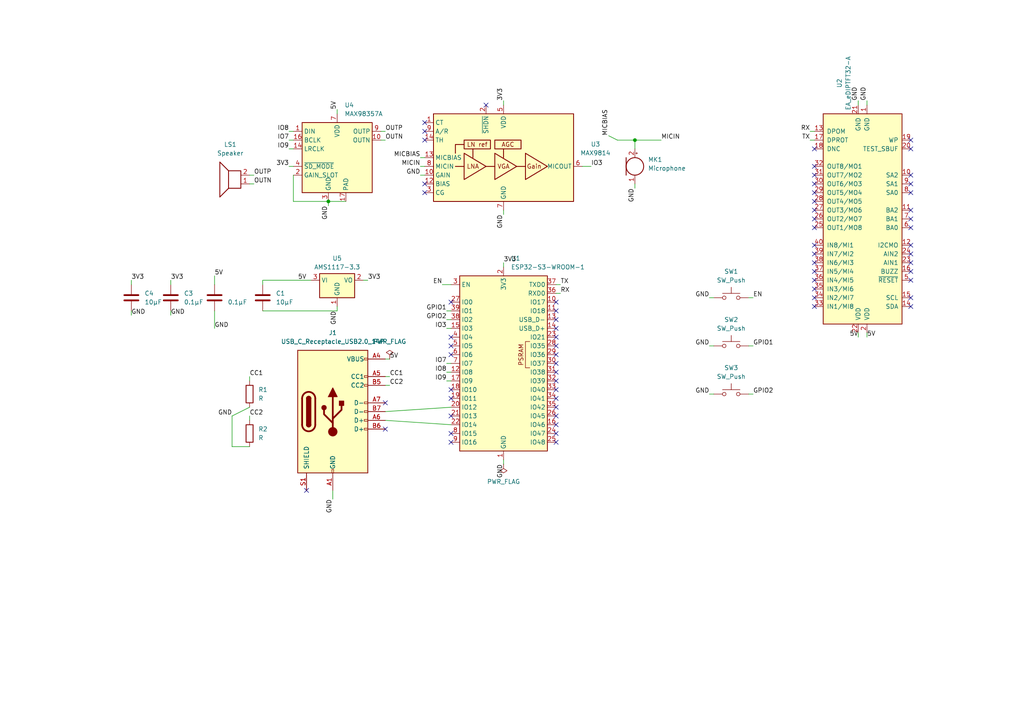
<source format=kicad_sch>
(kicad_sch
	(version 20250114)
	(generator "eeschema")
	(generator_version "9.0")
	(uuid "10e5b362-2960-45b3-a810-c0d73da3b428")
	(paper "A4")
	(lib_symbols
		(symbol "Amplifier_Audio:MAX9814"
			(exclude_from_sim no)
			(in_bom yes)
			(on_board yes)
			(property "Reference" "U"
				(at -20.32 13.97 0)
				(effects
					(font
						(size 1.27 1.27)
					)
					(justify left)
				)
			)
			(property "Value" "MAX9814"
				(at 11.43 13.97 0)
				(effects
					(font
						(size 1.27 1.27)
					)
					(justify left)
				)
			)
			(property "Footprint" "Package_DFN_QFN:DFN-14-1EP_3x3mm_P0.4mm_EP1.78x2.35mm"
				(at 0 0 0)
				(effects
					(font
						(size 1.27 1.27)
					)
					(hide yes)
				)
			)
			(property "Datasheet" "https://datasheets.maximintegrated.com/en/ds/MAX9814.pdf"
				(at 0 0 0)
				(effects
					(font
						(size 1.27 1.27)
					)
					(hide yes)
				)
			)
			(property "Description" "Microphone Amplifier with AGC and Low-Noise Microphone Bias, TDFN-14"
				(at 0 0 0)
				(effects
					(font
						(size 1.27 1.27)
					)
					(hide yes)
				)
			)
			(property "ki_keywords" "audio microphone amplifier"
				(at 0 0 0)
				(effects
					(font
						(size 1.27 1.27)
					)
					(hide yes)
				)
			)
			(property "ki_fp_filters" "*DFN*EP*3x3mm*P0.4mm*"
				(at 0 0 0)
				(effects
					(font
						(size 1.27 1.27)
					)
					(hide yes)
				)
			)
			(symbol "MAX9814_0_0"
				(rectangle
					(start -11.43 5.08)
					(end -3.81 2.54)
					(stroke
						(width 0.254)
						(type default)
					)
					(fill
						(type none)
					)
				)
				(polyline
					(pts
						(xy -11.43 3.81) (xy -13.97 3.81) (xy -13.97 1.27)
					)
					(stroke
						(width 0.254)
						(type default)
					)
					(fill
						(type none)
					)
				)
				(polyline
					(pts
						(xy -11.43 -2.54) (xy -13.97 -2.54)
					)
					(stroke
						(width 0.254)
						(type default)
					)
					(fill
						(type none)
					)
				)
				(polyline
					(pts
						(xy -8.89 2.54) (xy -8.89 0)
					)
					(stroke
						(width 0.254)
						(type default)
					)
					(fill
						(type none)
					)
				)
				(polyline
					(pts
						(xy -5.08 -2.54) (xy -11.43 1.27) (xy -11.43 -6.35) (xy -5.08 -2.54)
					)
					(stroke
						(width 0.254)
						(type default)
					)
					(fill
						(type none)
					)
				)
				(rectangle
					(start -2.54 5.08)
					(end 5.08 2.54)
					(stroke
						(width 0.254)
						(type default)
					)
					(fill
						(type none)
					)
				)
				(polyline
					(pts
						(xy -2.54 -2.54) (xy -5.08 -2.54)
					)
					(stroke
						(width 0.254)
						(type default)
					)
					(fill
						(type none)
					)
				)
				(polyline
					(pts
						(xy 0 2.54) (xy 0 0)
					)
					(stroke
						(width 0.254)
						(type default)
					)
					(fill
						(type none)
					)
				)
				(polyline
					(pts
						(xy 3.81 -2.54) (xy 6.35 -2.54)
					)
					(stroke
						(width 0.254)
						(type default)
					)
					(fill
						(type none)
					)
				)
				(polyline
					(pts
						(xy 3.81 -2.54) (xy -2.54 1.27) (xy -2.54 -6.35) (xy 3.81 -2.54)
					)
					(stroke
						(width 0.254)
						(type default)
					)
					(fill
						(type none)
					)
				)
				(polyline
					(pts
						(xy 12.7 -2.54) (xy 6.35 1.27) (xy 6.35 -6.35) (xy 12.7 -2.54)
					)
					(stroke
						(width 0.254)
						(type default)
					)
					(fill
						(type none)
					)
				)
				(text "LNA"
					(at -8.89 -2.54 0)
					(effects
						(font
							(size 1.27 1.27)
						)
					)
				)
				(text "LN ref"
					(at -7.62 3.81 0)
					(effects
						(font
							(size 1.27 1.27)
						)
					)
				)
				(text "VGA"
					(at 0 -2.54 0)
					(effects
						(font
							(size 1.27 1.27)
						)
					)
				)
				(text "AGC"
					(at 1.27 3.81 0)
					(effects
						(font
							(size 1.27 1.27)
						)
					)
				)
				(text "Gain"
					(at 8.89 -2.54 0)
					(effects
						(font
							(size 1.27 1.27)
						)
					)
				)
			)
			(symbol "MAX9814_0_1"
				(rectangle
					(start -20.32 12.7)
					(end 20.32 -12.7)
					(stroke
						(width 0.254)
						(type default)
					)
					(fill
						(type background)
					)
				)
			)
			(symbol "MAX9814_1_1"
				(pin input line
					(at -22.86 10.16 0)
					(length 2.54)
					(name "CT"
						(effects
							(font
								(size 1.27 1.27)
							)
						)
					)
					(number "1"
						(effects
							(font
								(size 1.27 1.27)
							)
						)
					)
				)
				(pin input line
					(at -22.86 7.62 0)
					(length 2.54)
					(name "A/R"
						(effects
							(font
								(size 1.27 1.27)
							)
						)
					)
					(number "9"
						(effects
							(font
								(size 1.27 1.27)
							)
						)
					)
				)
				(pin input line
					(at -22.86 5.08 0)
					(length 2.54)
					(name "TH"
						(effects
							(font
								(size 1.27 1.27)
							)
						)
					)
					(number "14"
						(effects
							(font
								(size 1.27 1.27)
							)
						)
					)
				)
				(pin output line
					(at -22.86 0 0)
					(length 2.54)
					(name "MICBIAS"
						(effects
							(font
								(size 1.27 1.27)
							)
						)
					)
					(number "13"
						(effects
							(font
								(size 1.27 1.27)
							)
						)
					)
				)
				(pin input line
					(at -22.86 -2.54 0)
					(length 2.54)
					(name "MICIN"
						(effects
							(font
								(size 1.27 1.27)
							)
						)
					)
					(number "8"
						(effects
							(font
								(size 1.27 1.27)
							)
						)
					)
				)
				(pin input line
					(at -22.86 -5.08 0)
					(length 2.54)
					(name "GAIN"
						(effects
							(font
								(size 1.27 1.27)
							)
						)
					)
					(number "10"
						(effects
							(font
								(size 1.27 1.27)
							)
						)
					)
				)
				(pin passive line
					(at -22.86 -7.62 0)
					(length 2.54)
					(name "BIAS"
						(effects
							(font
								(size 1.27 1.27)
							)
						)
					)
					(number "12"
						(effects
							(font
								(size 1.27 1.27)
							)
						)
					)
				)
				(pin passive line
					(at -22.86 -10.16 0)
					(length 2.54)
					(name "CG"
						(effects
							(font
								(size 1.27 1.27)
							)
						)
					)
					(number "3"
						(effects
							(font
								(size 1.27 1.27)
							)
						)
					)
				)
				(pin input line
					(at -5.08 15.24 270)
					(length 2.54)
					(name "~{SHDN}"
						(effects
							(font
								(size 1.27 1.27)
							)
						)
					)
					(number "2"
						(effects
							(font
								(size 1.27 1.27)
							)
						)
					)
				)
				(pin power_in line
					(at 0 15.24 270)
					(length 2.54)
					(name "VDD"
						(effects
							(font
								(size 1.27 1.27)
							)
						)
					)
					(number "5"
						(effects
							(font
								(size 1.27 1.27)
							)
						)
					)
				)
				(pin passive line
					(at 0 -15.24 90)
					(length 2.54)
					(hide yes)
					(name "GND"
						(effects
							(font
								(size 1.27 1.27)
							)
						)
					)
					(number "11"
						(effects
							(font
								(size 1.27 1.27)
							)
						)
					)
				)
				(pin passive line
					(at 0 -15.24 90)
					(length 2.54)
					(hide yes)
					(name "GND"
						(effects
							(font
								(size 1.27 1.27)
							)
						)
					)
					(number "15"
						(effects
							(font
								(size 1.27 1.27)
							)
						)
					)
				)
				(pin passive line
					(at 0 -15.24 90)
					(length 2.54)
					(hide yes)
					(name "GND"
						(effects
							(font
								(size 1.27 1.27)
							)
						)
					)
					(number "4"
						(effects
							(font
								(size 1.27 1.27)
							)
						)
					)
				)
				(pin power_in line
					(at 0 -15.24 90)
					(length 2.54)
					(name "GND"
						(effects
							(font
								(size 1.27 1.27)
							)
						)
					)
					(number "7"
						(effects
							(font
								(size 1.27 1.27)
							)
						)
					)
				)
				(pin output line
					(at 22.86 -2.54 180)
					(length 2.54)
					(name "MICOUT"
						(effects
							(font
								(size 1.27 1.27)
							)
						)
					)
					(number "6"
						(effects
							(font
								(size 1.27 1.27)
							)
						)
					)
				)
			)
			(embedded_fonts no)
		)
		(symbol "Audio:MAX98357A"
			(exclude_from_sim no)
			(in_bom yes)
			(on_board yes)
			(property "Reference" "U"
				(at -8.89 11.43 0)
				(effects
					(font
						(size 1.27 1.27)
					)
				)
			)
			(property "Value" "MAX98357A"
				(at 10.16 11.43 0)
				(effects
					(font
						(size 1.27 1.27)
					)
				)
			)
			(property "Footprint" "Package_DFN_QFN:TQFN-16-1EP_3x3mm_P0.5mm_EP1.23x1.23mm"
				(at -1.27 -2.54 0)
				(effects
					(font
						(size 1.27 1.27)
					)
					(hide yes)
				)
			)
			(property "Datasheet" "https://www.analog.com/media/en/technical-documentation/data-sheets/MAX98357A-MAX98357B.pdf"
				(at 0 -2.54 0)
				(effects
					(font
						(size 1.27 1.27)
					)
					(hide yes)
				)
			)
			(property "Description" "Mono DAC with amplifier, I2S, PCM, TDM, 32-bit, 96khz, 3.2W, TQFP-16"
				(at 0 0 0)
				(effects
					(font
						(size 1.27 1.27)
					)
					(hide yes)
				)
			)
			(property "ki_keywords" "pcm tdm i2s left-justified amplifier audio dac"
				(at 0 0 0)
				(effects
					(font
						(size 1.27 1.27)
					)
					(hide yes)
				)
			)
			(property "ki_fp_filters" "TQFN*3x3mm*P0.5mm*EP1.23x1.23mm*"
				(at 0 0 0)
				(effects
					(font
						(size 1.27 1.27)
					)
					(hide yes)
				)
			)
			(symbol "MAX98357A_1_1"
				(rectangle
					(start -10.16 10.16)
					(end 10.16 -10.16)
					(stroke
						(width 0.254)
						(type default)
					)
					(fill
						(type background)
					)
				)
				(pin input line
					(at -12.7 7.62 0)
					(length 2.54)
					(name "DIN"
						(effects
							(font
								(size 1.27 1.27)
							)
						)
					)
					(number "1"
						(effects
							(font
								(size 1.27 1.27)
							)
						)
					)
				)
				(pin input line
					(at -12.7 5.08 0)
					(length 2.54)
					(name "BCLK"
						(effects
							(font
								(size 1.27 1.27)
							)
						)
					)
					(number "16"
						(effects
							(font
								(size 1.27 1.27)
							)
						)
					)
				)
				(pin input line
					(at -12.7 2.54 0)
					(length 2.54)
					(name "LRCLK"
						(effects
							(font
								(size 1.27 1.27)
							)
						)
					)
					(number "14"
						(effects
							(font
								(size 1.27 1.27)
							)
						)
					)
				)
				(pin input line
					(at -12.7 -2.54 0)
					(length 2.54)
					(name "~{SD_MODE}"
						(effects
							(font
								(size 1.27 1.27)
							)
						)
					)
					(number "4"
						(effects
							(font
								(size 1.27 1.27)
							)
						)
					)
				)
				(pin passive line
					(at -12.7 -5.08 0)
					(length 2.54)
					(name "GAIN_SLOT"
						(effects
							(font
								(size 1.27 1.27)
							)
						)
					)
					(number "2"
						(effects
							(font
								(size 1.27 1.27)
							)
						)
					)
				)
				(pin passive line
					(at -2.54 -12.7 90)
					(length 2.54)
					(hide yes)
					(name "GND"
						(effects
							(font
								(size 1.27 1.27)
							)
						)
					)
					(number "11"
						(effects
							(font
								(size 1.27 1.27)
							)
						)
					)
				)
				(pin passive line
					(at -2.54 -12.7 90)
					(length 2.54)
					(hide yes)
					(name "GND"
						(effects
							(font
								(size 1.27 1.27)
							)
						)
					)
					(number "15"
						(effects
							(font
								(size 1.27 1.27)
							)
						)
					)
				)
				(pin power_in line
					(at -2.54 -12.7 90)
					(length 2.54)
					(name "GND"
						(effects
							(font
								(size 1.27 1.27)
							)
						)
					)
					(number "3"
						(effects
							(font
								(size 1.27 1.27)
							)
						)
					)
				)
				(pin power_in line
					(at 0 12.7 270)
					(length 2.54)
					(name "VDD"
						(effects
							(font
								(size 1.27 1.27)
							)
						)
					)
					(number "7"
						(effects
							(font
								(size 1.27 1.27)
							)
						)
					)
				)
				(pin passive line
					(at 0 12.7 270)
					(length 2.54)
					(hide yes)
					(name "VDD"
						(effects
							(font
								(size 1.27 1.27)
							)
						)
					)
					(number "8"
						(effects
							(font
								(size 1.27 1.27)
							)
						)
					)
				)
				(pin unspecified line
					(at 2.54 -12.7 90)
					(length 2.54)
					(name "PAD"
						(effects
							(font
								(size 1.27 1.27)
							)
						)
					)
					(number "17"
						(effects
							(font
								(size 1.27 1.27)
							)
						)
					)
				)
				(pin no_connect line
					(at 10.16 2.54 180)
					(length 2.54)
					(hide yes)
					(name "NC"
						(effects
							(font
								(size 1.27 1.27)
							)
						)
					)
					(number "5"
						(effects
							(font
								(size 1.27 1.27)
							)
						)
					)
				)
				(pin no_connect line
					(at 10.16 0 180)
					(length 2.54)
					(hide yes)
					(name "NC"
						(effects
							(font
								(size 1.27 1.27)
							)
						)
					)
					(number "6"
						(effects
							(font
								(size 1.27 1.27)
							)
						)
					)
				)
				(pin no_connect line
					(at 10.16 -5.08 180)
					(length 2.54)
					(hide yes)
					(name "NC"
						(effects
							(font
								(size 1.27 1.27)
							)
						)
					)
					(number "12"
						(effects
							(font
								(size 1.27 1.27)
							)
						)
					)
				)
				(pin no_connect line
					(at 10.16 -7.62 180)
					(length 2.54)
					(hide yes)
					(name "NC"
						(effects
							(font
								(size 1.27 1.27)
							)
						)
					)
					(number "13"
						(effects
							(font
								(size 1.27 1.27)
							)
						)
					)
				)
				(pin output line
					(at 12.7 7.62 180)
					(length 2.54)
					(name "OUTP"
						(effects
							(font
								(size 1.27 1.27)
							)
						)
					)
					(number "9"
						(effects
							(font
								(size 1.27 1.27)
							)
						)
					)
				)
				(pin output line
					(at 12.7 5.08 180)
					(length 2.54)
					(name "OUTN"
						(effects
							(font
								(size 1.27 1.27)
							)
						)
					)
					(number "10"
						(effects
							(font
								(size 1.27 1.27)
							)
						)
					)
				)
			)
			(embedded_fonts no)
		)
		(symbol "Connector:USB_C_Receptacle_USB2.0_14P"
			(pin_names
				(offset 1.016)
			)
			(exclude_from_sim no)
			(in_bom yes)
			(on_board yes)
			(property "Reference" "J"
				(at 0 22.225 0)
				(effects
					(font
						(size 1.27 1.27)
					)
				)
			)
			(property "Value" "USB_C_Receptacle_USB2.0_14P"
				(at 0 19.685 0)
				(effects
					(font
						(size 1.27 1.27)
					)
				)
			)
			(property "Footprint" ""
				(at 3.81 0 0)
				(effects
					(font
						(size 1.27 1.27)
					)
					(hide yes)
				)
			)
			(property "Datasheet" "https://www.usb.org/sites/default/files/documents/usb_type-c.zip"
				(at 3.81 0 0)
				(effects
					(font
						(size 1.27 1.27)
					)
					(hide yes)
				)
			)
			(property "Description" "USB 2.0-only 14P Type-C Receptacle connector"
				(at 0 0 0)
				(effects
					(font
						(size 1.27 1.27)
					)
					(hide yes)
				)
			)
			(property "ki_keywords" "usb universal serial bus type-C USB2.0"
				(at 0 0 0)
				(effects
					(font
						(size 1.27 1.27)
					)
					(hide yes)
				)
			)
			(property "ki_fp_filters" "USB*C*Receptacle*"
				(at 0 0 0)
				(effects
					(font
						(size 1.27 1.27)
					)
					(hide yes)
				)
			)
			(symbol "USB_C_Receptacle_USB2.0_14P_0_0"
				(rectangle
					(start -0.254 -17.78)
					(end 0.254 -16.764)
					(stroke
						(width 0)
						(type default)
					)
					(fill
						(type none)
					)
				)
				(rectangle
					(start 10.16 15.494)
					(end 9.144 14.986)
					(stroke
						(width 0)
						(type default)
					)
					(fill
						(type none)
					)
				)
				(rectangle
					(start 10.16 10.414)
					(end 9.144 9.906)
					(stroke
						(width 0)
						(type default)
					)
					(fill
						(type none)
					)
				)
				(rectangle
					(start 10.16 7.874)
					(end 9.144 7.366)
					(stroke
						(width 0)
						(type default)
					)
					(fill
						(type none)
					)
				)
				(rectangle
					(start 10.16 2.794)
					(end 9.144 2.286)
					(stroke
						(width 0)
						(type default)
					)
					(fill
						(type none)
					)
				)
				(rectangle
					(start 10.16 0.254)
					(end 9.144 -0.254)
					(stroke
						(width 0)
						(type default)
					)
					(fill
						(type none)
					)
				)
				(rectangle
					(start 10.16 -2.286)
					(end 9.144 -2.794)
					(stroke
						(width 0)
						(type default)
					)
					(fill
						(type none)
					)
				)
				(rectangle
					(start 10.16 -4.826)
					(end 9.144 -5.334)
					(stroke
						(width 0)
						(type default)
					)
					(fill
						(type none)
					)
				)
			)
			(symbol "USB_C_Receptacle_USB2.0_14P_0_1"
				(rectangle
					(start -10.16 17.78)
					(end 10.16 -17.78)
					(stroke
						(width 0.254)
						(type default)
					)
					(fill
						(type background)
					)
				)
				(polyline
					(pts
						(xy -8.89 -3.81) (xy -8.89 3.81)
					)
					(stroke
						(width 0.508)
						(type default)
					)
					(fill
						(type none)
					)
				)
				(rectangle
					(start -7.62 -3.81)
					(end -6.35 3.81)
					(stroke
						(width 0.254)
						(type default)
					)
					(fill
						(type outline)
					)
				)
				(arc
					(start -7.62 3.81)
					(mid -6.985 4.4423)
					(end -6.35 3.81)
					(stroke
						(width 0.254)
						(type default)
					)
					(fill
						(type none)
					)
				)
				(arc
					(start -7.62 3.81)
					(mid -6.985 4.4423)
					(end -6.35 3.81)
					(stroke
						(width 0.254)
						(type default)
					)
					(fill
						(type outline)
					)
				)
				(arc
					(start -8.89 3.81)
					(mid -6.985 5.7067)
					(end -5.08 3.81)
					(stroke
						(width 0.508)
						(type default)
					)
					(fill
						(type none)
					)
				)
				(arc
					(start -5.08 -3.81)
					(mid -6.985 -5.7067)
					(end -8.89 -3.81)
					(stroke
						(width 0.508)
						(type default)
					)
					(fill
						(type none)
					)
				)
				(arc
					(start -6.35 -3.81)
					(mid -6.985 -4.4423)
					(end -7.62 -3.81)
					(stroke
						(width 0.254)
						(type default)
					)
					(fill
						(type none)
					)
				)
				(arc
					(start -6.35 -3.81)
					(mid -6.985 -4.4423)
					(end -7.62 -3.81)
					(stroke
						(width 0.254)
						(type default)
					)
					(fill
						(type outline)
					)
				)
				(polyline
					(pts
						(xy -5.08 3.81) (xy -5.08 -3.81)
					)
					(stroke
						(width 0.508)
						(type default)
					)
					(fill
						(type none)
					)
				)
				(circle
					(center -2.54 1.143)
					(radius 0.635)
					(stroke
						(width 0.254)
						(type default)
					)
					(fill
						(type outline)
					)
				)
				(polyline
					(pts
						(xy -1.27 4.318) (xy 0 6.858) (xy 1.27 4.318) (xy -1.27 4.318)
					)
					(stroke
						(width 0.254)
						(type default)
					)
					(fill
						(type outline)
					)
				)
				(polyline
					(pts
						(xy 0 -2.032) (xy 2.54 0.508) (xy 2.54 1.778)
					)
					(stroke
						(width 0.508)
						(type default)
					)
					(fill
						(type none)
					)
				)
				(polyline
					(pts
						(xy 0 -3.302) (xy -2.54 -0.762) (xy -2.54 0.508)
					)
					(stroke
						(width 0.508)
						(type default)
					)
					(fill
						(type none)
					)
				)
				(polyline
					(pts
						(xy 0 -5.842) (xy 0 4.318)
					)
					(stroke
						(width 0.508)
						(type default)
					)
					(fill
						(type none)
					)
				)
				(circle
					(center 0 -5.842)
					(radius 1.27)
					(stroke
						(width 0)
						(type default)
					)
					(fill
						(type outline)
					)
				)
				(rectangle
					(start 1.905 1.778)
					(end 3.175 3.048)
					(stroke
						(width 0.254)
						(type default)
					)
					(fill
						(type outline)
					)
				)
			)
			(symbol "USB_C_Receptacle_USB2.0_14P_1_1"
				(pin passive line
					(at -7.62 -22.86 90)
					(length 5.08)
					(name "SHIELD"
						(effects
							(font
								(size 1.27 1.27)
							)
						)
					)
					(number "S1"
						(effects
							(font
								(size 1.27 1.27)
							)
						)
					)
				)
				(pin passive line
					(at 0 -22.86 90)
					(length 5.08)
					(name "GND"
						(effects
							(font
								(size 1.27 1.27)
							)
						)
					)
					(number "A1"
						(effects
							(font
								(size 1.27 1.27)
							)
						)
					)
				)
				(pin passive line
					(at 0 -22.86 90)
					(length 5.08)
					(hide yes)
					(name "GND"
						(effects
							(font
								(size 1.27 1.27)
							)
						)
					)
					(number "A12"
						(effects
							(font
								(size 1.27 1.27)
							)
						)
					)
				)
				(pin passive line
					(at 0 -22.86 90)
					(length 5.08)
					(hide yes)
					(name "GND"
						(effects
							(font
								(size 1.27 1.27)
							)
						)
					)
					(number "B1"
						(effects
							(font
								(size 1.27 1.27)
							)
						)
					)
				)
				(pin passive line
					(at 0 -22.86 90)
					(length 5.08)
					(hide yes)
					(name "GND"
						(effects
							(font
								(size 1.27 1.27)
							)
						)
					)
					(number "B12"
						(effects
							(font
								(size 1.27 1.27)
							)
						)
					)
				)
				(pin passive line
					(at 15.24 15.24 180)
					(length 5.08)
					(name "VBUS"
						(effects
							(font
								(size 1.27 1.27)
							)
						)
					)
					(number "A4"
						(effects
							(font
								(size 1.27 1.27)
							)
						)
					)
				)
				(pin passive line
					(at 15.24 15.24 180)
					(length 5.08)
					(hide yes)
					(name "VBUS"
						(effects
							(font
								(size 1.27 1.27)
							)
						)
					)
					(number "A9"
						(effects
							(font
								(size 1.27 1.27)
							)
						)
					)
				)
				(pin passive line
					(at 15.24 15.24 180)
					(length 5.08)
					(hide yes)
					(name "VBUS"
						(effects
							(font
								(size 1.27 1.27)
							)
						)
					)
					(number "B4"
						(effects
							(font
								(size 1.27 1.27)
							)
						)
					)
				)
				(pin passive line
					(at 15.24 15.24 180)
					(length 5.08)
					(hide yes)
					(name "VBUS"
						(effects
							(font
								(size 1.27 1.27)
							)
						)
					)
					(number "B9"
						(effects
							(font
								(size 1.27 1.27)
							)
						)
					)
				)
				(pin bidirectional line
					(at 15.24 10.16 180)
					(length 5.08)
					(name "CC1"
						(effects
							(font
								(size 1.27 1.27)
							)
						)
					)
					(number "A5"
						(effects
							(font
								(size 1.27 1.27)
							)
						)
					)
				)
				(pin bidirectional line
					(at 15.24 7.62 180)
					(length 5.08)
					(name "CC2"
						(effects
							(font
								(size 1.27 1.27)
							)
						)
					)
					(number "B5"
						(effects
							(font
								(size 1.27 1.27)
							)
						)
					)
				)
				(pin bidirectional line
					(at 15.24 2.54 180)
					(length 5.08)
					(name "D-"
						(effects
							(font
								(size 1.27 1.27)
							)
						)
					)
					(number "A7"
						(effects
							(font
								(size 1.27 1.27)
							)
						)
					)
				)
				(pin bidirectional line
					(at 15.24 0 180)
					(length 5.08)
					(name "D-"
						(effects
							(font
								(size 1.27 1.27)
							)
						)
					)
					(number "B7"
						(effects
							(font
								(size 1.27 1.27)
							)
						)
					)
				)
				(pin bidirectional line
					(at 15.24 -2.54 180)
					(length 5.08)
					(name "D+"
						(effects
							(font
								(size 1.27 1.27)
							)
						)
					)
					(number "A6"
						(effects
							(font
								(size 1.27 1.27)
							)
						)
					)
				)
				(pin bidirectional line
					(at 15.24 -5.08 180)
					(length 5.08)
					(name "D+"
						(effects
							(font
								(size 1.27 1.27)
							)
						)
					)
					(number "B6"
						(effects
							(font
								(size 1.27 1.27)
							)
						)
					)
				)
			)
			(embedded_fonts no)
		)
		(symbol "Device:C"
			(pin_numbers
				(hide yes)
			)
			(pin_names
				(offset 0.254)
			)
			(exclude_from_sim no)
			(in_bom yes)
			(on_board yes)
			(property "Reference" "C"
				(at 0.635 2.54 0)
				(effects
					(font
						(size 1.27 1.27)
					)
					(justify left)
				)
			)
			(property "Value" "C"
				(at 0.635 -2.54 0)
				(effects
					(font
						(size 1.27 1.27)
					)
					(justify left)
				)
			)
			(property "Footprint" ""
				(at 0.9652 -3.81 0)
				(effects
					(font
						(size 1.27 1.27)
					)
					(hide yes)
				)
			)
			(property "Datasheet" "~"
				(at 0 0 0)
				(effects
					(font
						(size 1.27 1.27)
					)
					(hide yes)
				)
			)
			(property "Description" "Unpolarized capacitor"
				(at 0 0 0)
				(effects
					(font
						(size 1.27 1.27)
					)
					(hide yes)
				)
			)
			(property "ki_keywords" "cap capacitor"
				(at 0 0 0)
				(effects
					(font
						(size 1.27 1.27)
					)
					(hide yes)
				)
			)
			(property "ki_fp_filters" "C_*"
				(at 0 0 0)
				(effects
					(font
						(size 1.27 1.27)
					)
					(hide yes)
				)
			)
			(symbol "C_0_1"
				(polyline
					(pts
						(xy -2.032 0.762) (xy 2.032 0.762)
					)
					(stroke
						(width 0.508)
						(type default)
					)
					(fill
						(type none)
					)
				)
				(polyline
					(pts
						(xy -2.032 -0.762) (xy 2.032 -0.762)
					)
					(stroke
						(width 0.508)
						(type default)
					)
					(fill
						(type none)
					)
				)
			)
			(symbol "C_1_1"
				(pin passive line
					(at 0 3.81 270)
					(length 2.794)
					(name "~"
						(effects
							(font
								(size 1.27 1.27)
							)
						)
					)
					(number "1"
						(effects
							(font
								(size 1.27 1.27)
							)
						)
					)
				)
				(pin passive line
					(at 0 -3.81 90)
					(length 2.794)
					(name "~"
						(effects
							(font
								(size 1.27 1.27)
							)
						)
					)
					(number "2"
						(effects
							(font
								(size 1.27 1.27)
							)
						)
					)
				)
			)
			(embedded_fonts no)
		)
		(symbol "Device:Microphone"
			(pin_names
				(offset 0.0254)
				(hide yes)
			)
			(exclude_from_sim no)
			(in_bom yes)
			(on_board yes)
			(property "Reference" "MK"
				(at -3.81 1.27 0)
				(effects
					(font
						(size 1.27 1.27)
					)
					(justify right)
				)
			)
			(property "Value" "Microphone"
				(at -3.81 -0.635 0)
				(effects
					(font
						(size 1.27 1.27)
					)
					(justify right)
				)
			)
			(property "Footprint" ""
				(at 0 2.54 90)
				(effects
					(font
						(size 1.27 1.27)
					)
					(hide yes)
				)
			)
			(property "Datasheet" "~"
				(at 0 2.54 90)
				(effects
					(font
						(size 1.27 1.27)
					)
					(hide yes)
				)
			)
			(property "Description" "Microphone"
				(at 0 0 0)
				(effects
					(font
						(size 1.27 1.27)
					)
					(hide yes)
				)
			)
			(property "ki_keywords" "microphone"
				(at 0 0 0)
				(effects
					(font
						(size 1.27 1.27)
					)
					(hide yes)
				)
			)
			(symbol "Microphone_0_1"
				(polyline
					(pts
						(xy -2.54 2.54) (xy -2.54 -2.54)
					)
					(stroke
						(width 0.254)
						(type default)
					)
					(fill
						(type none)
					)
				)
				(circle
					(center 0 0)
					(radius 2.54)
					(stroke
						(width 0.254)
						(type default)
					)
					(fill
						(type none)
					)
				)
				(polyline
					(pts
						(xy 0.254 3.81) (xy 0.762 3.81)
					)
					(stroke
						(width 0)
						(type default)
					)
					(fill
						(type none)
					)
				)
				(polyline
					(pts
						(xy 0.508 4.064) (xy 0.508 3.556)
					)
					(stroke
						(width 0)
						(type default)
					)
					(fill
						(type none)
					)
				)
			)
			(symbol "Microphone_1_1"
				(pin passive line
					(at 0 5.08 270)
					(length 2.54)
					(name "+"
						(effects
							(font
								(size 1.27 1.27)
							)
						)
					)
					(number "2"
						(effects
							(font
								(size 1.27 1.27)
							)
						)
					)
				)
				(pin passive line
					(at 0 -5.08 90)
					(length 2.54)
					(name "-"
						(effects
							(font
								(size 1.27 1.27)
							)
						)
					)
					(number "1"
						(effects
							(font
								(size 1.27 1.27)
							)
						)
					)
				)
			)
			(embedded_fonts no)
		)
		(symbol "Device:R"
			(pin_numbers
				(hide yes)
			)
			(pin_names
				(offset 0)
			)
			(exclude_from_sim no)
			(in_bom yes)
			(on_board yes)
			(property "Reference" "R"
				(at 2.032 0 90)
				(effects
					(font
						(size 1.27 1.27)
					)
				)
			)
			(property "Value" "R"
				(at 0 0 90)
				(effects
					(font
						(size 1.27 1.27)
					)
				)
			)
			(property "Footprint" ""
				(at -1.778 0 90)
				(effects
					(font
						(size 1.27 1.27)
					)
					(hide yes)
				)
			)
			(property "Datasheet" "~"
				(at 0 0 0)
				(effects
					(font
						(size 1.27 1.27)
					)
					(hide yes)
				)
			)
			(property "Description" "Resistor"
				(at 0 0 0)
				(effects
					(font
						(size 1.27 1.27)
					)
					(hide yes)
				)
			)
			(property "ki_keywords" "R res resistor"
				(at 0 0 0)
				(effects
					(font
						(size 1.27 1.27)
					)
					(hide yes)
				)
			)
			(property "ki_fp_filters" "R_*"
				(at 0 0 0)
				(effects
					(font
						(size 1.27 1.27)
					)
					(hide yes)
				)
			)
			(symbol "R_0_1"
				(rectangle
					(start -1.016 -2.54)
					(end 1.016 2.54)
					(stroke
						(width 0.254)
						(type default)
					)
					(fill
						(type none)
					)
				)
			)
			(symbol "R_1_1"
				(pin passive line
					(at 0 3.81 270)
					(length 1.27)
					(name "~"
						(effects
							(font
								(size 1.27 1.27)
							)
						)
					)
					(number "1"
						(effects
							(font
								(size 1.27 1.27)
							)
						)
					)
				)
				(pin passive line
					(at 0 -3.81 90)
					(length 1.27)
					(name "~"
						(effects
							(font
								(size 1.27 1.27)
							)
						)
					)
					(number "2"
						(effects
							(font
								(size 1.27 1.27)
							)
						)
					)
				)
			)
			(embedded_fonts no)
		)
		(symbol "Device:Speaker"
			(pin_names
				(offset 0)
				(hide yes)
			)
			(exclude_from_sim no)
			(in_bom yes)
			(on_board yes)
			(property "Reference" "LS"
				(at 1.27 5.715 0)
				(effects
					(font
						(size 1.27 1.27)
					)
					(justify right)
				)
			)
			(property "Value" "Speaker"
				(at 1.27 3.81 0)
				(effects
					(font
						(size 1.27 1.27)
					)
					(justify right)
				)
			)
			(property "Footprint" ""
				(at 0 -5.08 0)
				(effects
					(font
						(size 1.27 1.27)
					)
					(hide yes)
				)
			)
			(property "Datasheet" "~"
				(at -0.254 -1.27 0)
				(effects
					(font
						(size 1.27 1.27)
					)
					(hide yes)
				)
			)
			(property "Description" "Speaker"
				(at 0 0 0)
				(effects
					(font
						(size 1.27 1.27)
					)
					(hide yes)
				)
			)
			(property "ki_keywords" "speaker sound"
				(at 0 0 0)
				(effects
					(font
						(size 1.27 1.27)
					)
					(hide yes)
				)
			)
			(symbol "Speaker_0_0"
				(rectangle
					(start -2.54 1.27)
					(end 1.016 -3.81)
					(stroke
						(width 0.254)
						(type default)
					)
					(fill
						(type none)
					)
				)
				(polyline
					(pts
						(xy 1.016 1.27) (xy 3.556 3.81) (xy 3.556 -6.35) (xy 1.016 -3.81)
					)
					(stroke
						(width 0.254)
						(type default)
					)
					(fill
						(type none)
					)
				)
			)
			(symbol "Speaker_1_1"
				(pin input line
					(at -5.08 0 0)
					(length 2.54)
					(name "1"
						(effects
							(font
								(size 1.27 1.27)
							)
						)
					)
					(number "1"
						(effects
							(font
								(size 1.27 1.27)
							)
						)
					)
				)
				(pin input line
					(at -5.08 -2.54 0)
					(length 2.54)
					(name "2"
						(effects
							(font
								(size 1.27 1.27)
							)
						)
					)
					(number "2"
						(effects
							(font
								(size 1.27 1.27)
							)
						)
					)
				)
			)
			(embedded_fonts no)
		)
		(symbol "Display_Graphic:EA_eDIPTFT32-A"
			(pin_names
				(offset 1.016)
			)
			(exclude_from_sim no)
			(in_bom yes)
			(on_board yes)
			(property "Reference" "U"
				(at -11.43 31.75 0)
				(effects
					(font
						(size 1.27 1.27)
					)
				)
			)
			(property "Value" "EA_eDIPTFT32-A"
				(at 1.524 31.75 0)
				(effects
					(font
						(size 1.27 1.27)
					)
					(justify left)
				)
			)
			(property "Footprint" "Display:EA_eDIPTFT32-XXX"
				(at 0 -38.1 0)
				(effects
					(font
						(size 1.27 1.27)
					)
					(hide yes)
				)
			)
			(property "Datasheet" "http://www.lcd-module.com/fileadmin/eng/pdf/grafik/ediptft43-ae.pdf"
				(at 7.62 -5.08 0)
				(effects
					(font
						(size 1.27 1.27)
					)
					(hide yes)
				)
			)
			(property "Description" "TFT graphical display, 320x240, 16 bit colour, LED backlight, 3.3V - 5V VDD, RS-232, I2C or SPI"
				(at 0 0 0)
				(effects
					(font
						(size 1.27 1.27)
					)
					(hide yes)
				)
			)
			(property "ki_keywords" "display TFT LCD graphic"
				(at 0 0 0)
				(effects
					(font
						(size 1.27 1.27)
					)
					(hide yes)
				)
			)
			(property "ki_fp_filters" "*EA*eDIPTFT32*"
				(at 0 0 0)
				(effects
					(font
						(size 1.27 1.27)
					)
					(hide yes)
				)
			)
			(symbol "EA_eDIPTFT32-A_0_1"
				(rectangle
					(start -12.7 30.48)
					(end 10.16 -30.48)
					(stroke
						(width 0.254)
						(type default)
					)
					(fill
						(type background)
					)
				)
			)
			(symbol "EA_eDIPTFT32-A_1_1"
				(pin bidirectional line
					(at -15.24 25.4 0)
					(length 2.54)
					(name "SDA"
						(effects
							(font
								(size 1.27 1.27)
							)
						)
					)
					(number "14"
						(effects
							(font
								(size 1.27 1.27)
							)
						)
					)
				)
				(pin input line
					(at -15.24 22.86 0)
					(length 2.54)
					(name "SCL"
						(effects
							(font
								(size 1.27 1.27)
							)
						)
					)
					(number "15"
						(effects
							(font
								(size 1.27 1.27)
							)
						)
					)
				)
				(pin input line
					(at -15.24 17.78 0)
					(length 2.54)
					(name "~{RESET}"
						(effects
							(font
								(size 1.27 1.27)
							)
						)
					)
					(number "5"
						(effects
							(font
								(size 1.27 1.27)
							)
						)
					)
				)
				(pin output line
					(at -15.24 15.24 0)
					(length 2.54)
					(name "BUZZ"
						(effects
							(font
								(size 1.27 1.27)
							)
						)
					)
					(number "16"
						(effects
							(font
								(size 1.27 1.27)
							)
						)
					)
				)
				(pin input line
					(at -15.24 12.7 0)
					(length 2.54)
					(name "AIN1"
						(effects
							(font
								(size 1.27 1.27)
							)
						)
					)
					(number "23"
						(effects
							(font
								(size 1.27 1.27)
							)
						)
					)
				)
				(pin input line
					(at -15.24 10.16 0)
					(length 2.54)
					(name "AIN2"
						(effects
							(font
								(size 1.27 1.27)
							)
						)
					)
					(number "24"
						(effects
							(font
								(size 1.27 1.27)
							)
						)
					)
				)
				(pin input line
					(at -15.24 7.62 0)
					(length 2.54)
					(name "I2CMO"
						(effects
							(font
								(size 1.27 1.27)
							)
						)
					)
					(number "12"
						(effects
							(font
								(size 1.27 1.27)
							)
						)
					)
				)
				(pin input line
					(at -15.24 2.54 0)
					(length 2.54)
					(name "BA0"
						(effects
							(font
								(size 1.27 1.27)
							)
						)
					)
					(number "6"
						(effects
							(font
								(size 1.27 1.27)
							)
						)
					)
				)
				(pin input line
					(at -15.24 0 0)
					(length 2.54)
					(name "BA1"
						(effects
							(font
								(size 1.27 1.27)
							)
						)
					)
					(number "7"
						(effects
							(font
								(size 1.27 1.27)
							)
						)
					)
				)
				(pin input line
					(at -15.24 -2.54 0)
					(length 2.54)
					(name "BA2"
						(effects
							(font
								(size 1.27 1.27)
							)
						)
					)
					(number "11"
						(effects
							(font
								(size 1.27 1.27)
							)
						)
					)
				)
				(pin input line
					(at -15.24 -7.62 0)
					(length 2.54)
					(name "SA0"
						(effects
							(font
								(size 1.27 1.27)
							)
						)
					)
					(number "8"
						(effects
							(font
								(size 1.27 1.27)
							)
						)
					)
				)
				(pin input line
					(at -15.24 -10.16 0)
					(length 2.54)
					(name "SA1"
						(effects
							(font
								(size 1.27 1.27)
							)
						)
					)
					(number "9"
						(effects
							(font
								(size 1.27 1.27)
							)
						)
					)
				)
				(pin input line
					(at -15.24 -12.7 0)
					(length 2.54)
					(name "SA2"
						(effects
							(font
								(size 1.27 1.27)
							)
						)
					)
					(number "10"
						(effects
							(font
								(size 1.27 1.27)
							)
						)
					)
				)
				(pin bidirectional line
					(at -15.24 -20.32 0)
					(length 2.54)
					(name "TEST_SBUF"
						(effects
							(font
								(size 1.27 1.27)
							)
						)
					)
					(number "20"
						(effects
							(font
								(size 1.27 1.27)
							)
						)
					)
				)
				(pin input line
					(at -15.24 -22.86 0)
					(length 2.54)
					(name "WP"
						(effects
							(font
								(size 1.27 1.27)
							)
						)
					)
					(number "19"
						(effects
							(font
								(size 1.27 1.27)
							)
						)
					)
				)
				(pin no_connect line
					(at -12.7 -27.94 0)
					(length 2.54)
					(hide yes)
					(name "NC"
						(effects
							(font
								(size 1.27 1.27)
							)
						)
					)
					(number "4"
						(effects
							(font
								(size 1.27 1.27)
							)
						)
					)
				)
				(pin power_in line
					(at -2.54 33.02 270)
					(length 2.54)
					(name "VDD"
						(effects
							(font
								(size 1.27 1.27)
							)
						)
					)
					(number "2"
						(effects
							(font
								(size 1.27 1.27)
							)
						)
					)
				)
				(pin power_in line
					(at -2.54 -33.02 90)
					(length 2.54)
					(name "GND"
						(effects
							(font
								(size 1.27 1.27)
							)
						)
					)
					(number "1"
						(effects
							(font
								(size 1.27 1.27)
							)
						)
					)
				)
				(pin power_in line
					(at 0 33.02 270)
					(length 2.54)
					(name "VDD"
						(effects
							(font
								(size 1.27 1.27)
							)
						)
					)
					(number "22"
						(effects
							(font
								(size 1.27 1.27)
							)
						)
					)
				)
				(pin power_in line
					(at 0 -33.02 90)
					(length 2.54)
					(name "GND"
						(effects
							(font
								(size 1.27 1.27)
							)
						)
					)
					(number "21"
						(effects
							(font
								(size 1.27 1.27)
							)
						)
					)
				)
				(pin no_connect line
					(at 10.16 -27.94 180)
					(length 2.54)
					(hide yes)
					(name "NC"
						(effects
							(font
								(size 1.27 1.27)
							)
						)
					)
					(number "3"
						(effects
							(font
								(size 1.27 1.27)
							)
						)
					)
				)
				(pin input line
					(at 12.7 25.4 180)
					(length 2.54)
					(name "IN1/MI8"
						(effects
							(font
								(size 1.27 1.27)
							)
						)
					)
					(number "33"
						(effects
							(font
								(size 1.27 1.27)
							)
						)
					)
				)
				(pin input line
					(at 12.7 22.86 180)
					(length 2.54)
					(name "IN2/MI7"
						(effects
							(font
								(size 1.27 1.27)
							)
						)
					)
					(number "34"
						(effects
							(font
								(size 1.27 1.27)
							)
						)
					)
				)
				(pin input line
					(at 12.7 20.32 180)
					(length 2.54)
					(name "IN3/MI6"
						(effects
							(font
								(size 1.27 1.27)
							)
						)
					)
					(number "35"
						(effects
							(font
								(size 1.27 1.27)
							)
						)
					)
				)
				(pin input line
					(at 12.7 17.78 180)
					(length 2.54)
					(name "IN4/MI5"
						(effects
							(font
								(size 1.27 1.27)
							)
						)
					)
					(number "36"
						(effects
							(font
								(size 1.27 1.27)
							)
						)
					)
				)
				(pin input line
					(at 12.7 15.24 180)
					(length 2.54)
					(name "IN5/MI4"
						(effects
							(font
								(size 1.27 1.27)
							)
						)
					)
					(number "37"
						(effects
							(font
								(size 1.27 1.27)
							)
						)
					)
				)
				(pin input line
					(at 12.7 12.7 180)
					(length 2.54)
					(name "IN6/MI3"
						(effects
							(font
								(size 1.27 1.27)
							)
						)
					)
					(number "38"
						(effects
							(font
								(size 1.27 1.27)
							)
						)
					)
				)
				(pin input line
					(at 12.7 10.16 180)
					(length 2.54)
					(name "IN7/MI2"
						(effects
							(font
								(size 1.27 1.27)
							)
						)
					)
					(number "39"
						(effects
							(font
								(size 1.27 1.27)
							)
						)
					)
				)
				(pin input line
					(at 12.7 7.62 180)
					(length 2.54)
					(name "IN8/MI1"
						(effects
							(font
								(size 1.27 1.27)
							)
						)
					)
					(number "40"
						(effects
							(font
								(size 1.27 1.27)
							)
						)
					)
				)
				(pin output line
					(at 12.7 2.54 180)
					(length 2.54)
					(name "OUT1/MO8"
						(effects
							(font
								(size 1.27 1.27)
							)
						)
					)
					(number "25"
						(effects
							(font
								(size 1.27 1.27)
							)
						)
					)
				)
				(pin output line
					(at 12.7 0 180)
					(length 2.54)
					(name "OUT2/MO7"
						(effects
							(font
								(size 1.27 1.27)
							)
						)
					)
					(number "26"
						(effects
							(font
								(size 1.27 1.27)
							)
						)
					)
				)
				(pin output line
					(at 12.7 -2.54 180)
					(length 2.54)
					(name "OUT3/MO6"
						(effects
							(font
								(size 1.27 1.27)
							)
						)
					)
					(number "27"
						(effects
							(font
								(size 1.27 1.27)
							)
						)
					)
				)
				(pin output line
					(at 12.7 -5.08 180)
					(length 2.54)
					(name "OUT4/MO5"
						(effects
							(font
								(size 1.27 1.27)
							)
						)
					)
					(number "28"
						(effects
							(font
								(size 1.27 1.27)
							)
						)
					)
				)
				(pin output line
					(at 12.7 -7.62 180)
					(length 2.54)
					(name "OUT5/MO4"
						(effects
							(font
								(size 1.27 1.27)
							)
						)
					)
					(number "29"
						(effects
							(font
								(size 1.27 1.27)
							)
						)
					)
				)
				(pin output line
					(at 12.7 -10.16 180)
					(length 2.54)
					(name "OUT6/MO3"
						(effects
							(font
								(size 1.27 1.27)
							)
						)
					)
					(number "30"
						(effects
							(font
								(size 1.27 1.27)
							)
						)
					)
				)
				(pin output line
					(at 12.7 -12.7 180)
					(length 2.54)
					(name "OUT7/MO2"
						(effects
							(font
								(size 1.27 1.27)
							)
						)
					)
					(number "31"
						(effects
							(font
								(size 1.27 1.27)
							)
						)
					)
				)
				(pin output line
					(at 12.7 -15.24 180)
					(length 2.54)
					(name "OUT8/MO1"
						(effects
							(font
								(size 1.27 1.27)
							)
						)
					)
					(number "32"
						(effects
							(font
								(size 1.27 1.27)
							)
						)
					)
				)
				(pin output line
					(at 12.7 -20.32 180)
					(length 2.54)
					(name "DNC"
						(effects
							(font
								(size 1.27 1.27)
							)
						)
					)
					(number "18"
						(effects
							(font
								(size 1.27 1.27)
							)
						)
					)
				)
				(pin input line
					(at 12.7 -22.86 180)
					(length 2.54)
					(name "DPROT"
						(effects
							(font
								(size 1.27 1.27)
							)
						)
					)
					(number "17"
						(effects
							(font
								(size 1.27 1.27)
							)
						)
					)
				)
				(pin input line
					(at 12.7 -25.4 180)
					(length 2.54)
					(name "DPOM"
						(effects
							(font
								(size 1.27 1.27)
							)
						)
					)
					(number "13"
						(effects
							(font
								(size 1.27 1.27)
							)
						)
					)
				)
			)
			(embedded_fonts no)
		)
		(symbol "RF_Module:ESP32-S3-WROOM-1"
			(exclude_from_sim no)
			(in_bom yes)
			(on_board yes)
			(property "Reference" "U"
				(at -12.7 26.67 0)
				(effects
					(font
						(size 1.27 1.27)
					)
				)
			)
			(property "Value" "ESP32-S3-WROOM-1"
				(at 12.7 26.67 0)
				(effects
					(font
						(size 1.27 1.27)
					)
				)
			)
			(property "Footprint" "RF_Module:ESP32-S3-WROOM-1"
				(at 0 2.54 0)
				(effects
					(font
						(size 1.27 1.27)
					)
					(hide yes)
				)
			)
			(property "Datasheet" "https://www.espressif.com/sites/default/files/documentation/esp32-s3-wroom-1_wroom-1u_datasheet_en.pdf"
				(at 0 0 0)
				(effects
					(font
						(size 1.27 1.27)
					)
					(hide yes)
				)
			)
			(property "Description" "RF Module, ESP32-S3 SoC, Wi-Fi 802.11b/g/n, Bluetooth, BLE, 32-bit, 3.3V, onboard antenna, SMD"
				(at 0 0 0)
				(effects
					(font
						(size 1.27 1.27)
					)
					(hide yes)
				)
			)
			(property "ki_keywords" "RF Radio BT ESP ESP32-S3 Espressif onboard PCB antenna"
				(at 0 0 0)
				(effects
					(font
						(size 1.27 1.27)
					)
					(hide yes)
				)
			)
			(property "ki_fp_filters" "ESP32?S3?WROOM?1*"
				(at 0 0 0)
				(effects
					(font
						(size 1.27 1.27)
					)
					(hide yes)
				)
			)
			(symbol "ESP32-S3-WROOM-1_0_0"
				(rectangle
					(start -12.7 25.4)
					(end 12.7 -25.4)
					(stroke
						(width 0.254)
						(type default)
					)
					(fill
						(type background)
					)
				)
				(text "PSRAM"
					(at 5.08 2.54 900)
					(effects
						(font
							(size 1.27 1.27)
						)
					)
				)
			)
			(symbol "ESP32-S3-WROOM-1_0_1"
				(polyline
					(pts
						(xy 7.62 -1.27) (xy 6.35 -1.27) (xy 6.35 6.35) (xy 7.62 6.35)
					)
					(stroke
						(width 0)
						(type default)
					)
					(fill
						(type none)
					)
				)
			)
			(symbol "ESP32-S3-WROOM-1_1_1"
				(pin input line
					(at -15.24 22.86 0)
					(length 2.54)
					(name "EN"
						(effects
							(font
								(size 1.27 1.27)
							)
						)
					)
					(number "3"
						(effects
							(font
								(size 1.27 1.27)
							)
						)
					)
				)
				(pin bidirectional line
					(at -15.24 17.78 0)
					(length 2.54)
					(name "IO0"
						(effects
							(font
								(size 1.27 1.27)
							)
						)
					)
					(number "27"
						(effects
							(font
								(size 1.27 1.27)
							)
						)
					)
				)
				(pin bidirectional line
					(at -15.24 15.24 0)
					(length 2.54)
					(name "IO1"
						(effects
							(font
								(size 1.27 1.27)
							)
						)
					)
					(number "39"
						(effects
							(font
								(size 1.27 1.27)
							)
						)
					)
				)
				(pin bidirectional line
					(at -15.24 12.7 0)
					(length 2.54)
					(name "IO2"
						(effects
							(font
								(size 1.27 1.27)
							)
						)
					)
					(number "38"
						(effects
							(font
								(size 1.27 1.27)
							)
						)
					)
				)
				(pin bidirectional line
					(at -15.24 10.16 0)
					(length 2.54)
					(name "IO3"
						(effects
							(font
								(size 1.27 1.27)
							)
						)
					)
					(number "15"
						(effects
							(font
								(size 1.27 1.27)
							)
						)
					)
				)
				(pin bidirectional line
					(at -15.24 7.62 0)
					(length 2.54)
					(name "IO4"
						(effects
							(font
								(size 1.27 1.27)
							)
						)
					)
					(number "4"
						(effects
							(font
								(size 1.27 1.27)
							)
						)
					)
				)
				(pin bidirectional line
					(at -15.24 5.08 0)
					(length 2.54)
					(name "IO5"
						(effects
							(font
								(size 1.27 1.27)
							)
						)
					)
					(number "5"
						(effects
							(font
								(size 1.27 1.27)
							)
						)
					)
				)
				(pin bidirectional line
					(at -15.24 2.54 0)
					(length 2.54)
					(name "IO6"
						(effects
							(font
								(size 1.27 1.27)
							)
						)
					)
					(number "6"
						(effects
							(font
								(size 1.27 1.27)
							)
						)
					)
				)
				(pin bidirectional line
					(at -15.24 0 0)
					(length 2.54)
					(name "IO7"
						(effects
							(font
								(size 1.27 1.27)
							)
						)
					)
					(number "7"
						(effects
							(font
								(size 1.27 1.27)
							)
						)
					)
				)
				(pin bidirectional line
					(at -15.24 -2.54 0)
					(length 2.54)
					(name "IO8"
						(effects
							(font
								(size 1.27 1.27)
							)
						)
					)
					(number "12"
						(effects
							(font
								(size 1.27 1.27)
							)
						)
					)
				)
				(pin bidirectional line
					(at -15.24 -5.08 0)
					(length 2.54)
					(name "IO9"
						(effects
							(font
								(size 1.27 1.27)
							)
						)
					)
					(number "17"
						(effects
							(font
								(size 1.27 1.27)
							)
						)
					)
				)
				(pin bidirectional line
					(at -15.24 -7.62 0)
					(length 2.54)
					(name "IO10"
						(effects
							(font
								(size 1.27 1.27)
							)
						)
					)
					(number "18"
						(effects
							(font
								(size 1.27 1.27)
							)
						)
					)
				)
				(pin bidirectional line
					(at -15.24 -10.16 0)
					(length 2.54)
					(name "IO11"
						(effects
							(font
								(size 1.27 1.27)
							)
						)
					)
					(number "19"
						(effects
							(font
								(size 1.27 1.27)
							)
						)
					)
				)
				(pin bidirectional line
					(at -15.24 -12.7 0)
					(length 2.54)
					(name "IO12"
						(effects
							(font
								(size 1.27 1.27)
							)
						)
					)
					(number "20"
						(effects
							(font
								(size 1.27 1.27)
							)
						)
					)
				)
				(pin bidirectional line
					(at -15.24 -15.24 0)
					(length 2.54)
					(name "IO13"
						(effects
							(font
								(size 1.27 1.27)
							)
						)
					)
					(number "21"
						(effects
							(font
								(size 1.27 1.27)
							)
						)
					)
				)
				(pin bidirectional line
					(at -15.24 -17.78 0)
					(length 2.54)
					(name "IO14"
						(effects
							(font
								(size 1.27 1.27)
							)
						)
					)
					(number "22"
						(effects
							(font
								(size 1.27 1.27)
							)
						)
					)
				)
				(pin bidirectional line
					(at -15.24 -20.32 0)
					(length 2.54)
					(name "IO15"
						(effects
							(font
								(size 1.27 1.27)
							)
						)
					)
					(number "8"
						(effects
							(font
								(size 1.27 1.27)
							)
						)
					)
				)
				(pin bidirectional line
					(at -15.24 -22.86 0)
					(length 2.54)
					(name "IO16"
						(effects
							(font
								(size 1.27 1.27)
							)
						)
					)
					(number "9"
						(effects
							(font
								(size 1.27 1.27)
							)
						)
					)
				)
				(pin power_in line
					(at 0 27.94 270)
					(length 2.54)
					(name "3V3"
						(effects
							(font
								(size 1.27 1.27)
							)
						)
					)
					(number "2"
						(effects
							(font
								(size 1.27 1.27)
							)
						)
					)
				)
				(pin power_in line
					(at 0 -27.94 90)
					(length 2.54)
					(name "GND"
						(effects
							(font
								(size 1.27 1.27)
							)
						)
					)
					(number "1"
						(effects
							(font
								(size 1.27 1.27)
							)
						)
					)
				)
				(pin passive line
					(at 0 -27.94 90)
					(length 2.54)
					(hide yes)
					(name "GND"
						(effects
							(font
								(size 1.27 1.27)
							)
						)
					)
					(number "40"
						(effects
							(font
								(size 1.27 1.27)
							)
						)
					)
				)
				(pin passive line
					(at 0 -27.94 90)
					(length 2.54)
					(hide yes)
					(name "GND"
						(effects
							(font
								(size 1.27 1.27)
							)
						)
					)
					(number "41"
						(effects
							(font
								(size 1.27 1.27)
							)
						)
					)
				)
				(pin bidirectional line
					(at 15.24 22.86 180)
					(length 2.54)
					(name "TXD0"
						(effects
							(font
								(size 1.27 1.27)
							)
						)
					)
					(number "37"
						(effects
							(font
								(size 1.27 1.27)
							)
						)
					)
				)
				(pin bidirectional line
					(at 15.24 20.32 180)
					(length 2.54)
					(name "RXD0"
						(effects
							(font
								(size 1.27 1.27)
							)
						)
					)
					(number "36"
						(effects
							(font
								(size 1.27 1.27)
							)
						)
					)
				)
				(pin bidirectional line
					(at 15.24 17.78 180)
					(length 2.54)
					(name "IO17"
						(effects
							(font
								(size 1.27 1.27)
							)
						)
					)
					(number "10"
						(effects
							(font
								(size 1.27 1.27)
							)
						)
					)
				)
				(pin bidirectional line
					(at 15.24 15.24 180)
					(length 2.54)
					(name "IO18"
						(effects
							(font
								(size 1.27 1.27)
							)
						)
					)
					(number "11"
						(effects
							(font
								(size 1.27 1.27)
							)
						)
					)
				)
				(pin bidirectional line
					(at 15.24 12.7 180)
					(length 2.54)
					(name "USB_D-"
						(effects
							(font
								(size 1.27 1.27)
							)
						)
					)
					(number "13"
						(effects
							(font
								(size 1.27 1.27)
							)
						)
					)
					(alternate "IO19" bidirectional line)
				)
				(pin bidirectional line
					(at 15.24 10.16 180)
					(length 2.54)
					(name "USB_D+"
						(effects
							(font
								(size 1.27 1.27)
							)
						)
					)
					(number "14"
						(effects
							(font
								(size 1.27 1.27)
							)
						)
					)
					(alternate "IO20" bidirectional line)
				)
				(pin bidirectional line
					(at 15.24 7.62 180)
					(length 2.54)
					(name "IO21"
						(effects
							(font
								(size 1.27 1.27)
							)
						)
					)
					(number "23"
						(effects
							(font
								(size 1.27 1.27)
							)
						)
					)
				)
				(pin bidirectional line
					(at 15.24 5.08 180)
					(length 2.54)
					(name "IO35"
						(effects
							(font
								(size 1.27 1.27)
							)
						)
					)
					(number "28"
						(effects
							(font
								(size 1.27 1.27)
							)
						)
					)
				)
				(pin bidirectional line
					(at 15.24 2.54 180)
					(length 2.54)
					(name "IO36"
						(effects
							(font
								(size 1.27 1.27)
							)
						)
					)
					(number "29"
						(effects
							(font
								(size 1.27 1.27)
							)
						)
					)
				)
				(pin bidirectional line
					(at 15.24 0 180)
					(length 2.54)
					(name "IO37"
						(effects
							(font
								(size 1.27 1.27)
							)
						)
					)
					(number "30"
						(effects
							(font
								(size 1.27 1.27)
							)
						)
					)
				)
				(pin bidirectional line
					(at 15.24 -2.54 180)
					(length 2.54)
					(name "IO38"
						(effects
							(font
								(size 1.27 1.27)
							)
						)
					)
					(number "31"
						(effects
							(font
								(size 1.27 1.27)
							)
						)
					)
				)
				(pin bidirectional line
					(at 15.24 -5.08 180)
					(length 2.54)
					(name "IO39"
						(effects
							(font
								(size 1.27 1.27)
							)
						)
					)
					(number "32"
						(effects
							(font
								(size 1.27 1.27)
							)
						)
					)
				)
				(pin bidirectional line
					(at 15.24 -7.62 180)
					(length 2.54)
					(name "IO40"
						(effects
							(font
								(size 1.27 1.27)
							)
						)
					)
					(number "33"
						(effects
							(font
								(size 1.27 1.27)
							)
						)
					)
				)
				(pin bidirectional line
					(at 15.24 -10.16 180)
					(length 2.54)
					(name "IO41"
						(effects
							(font
								(size 1.27 1.27)
							)
						)
					)
					(number "34"
						(effects
							(font
								(size 1.27 1.27)
							)
						)
					)
				)
				(pin bidirectional line
					(at 15.24 -12.7 180)
					(length 2.54)
					(name "IO42"
						(effects
							(font
								(size 1.27 1.27)
							)
						)
					)
					(number "35"
						(effects
							(font
								(size 1.27 1.27)
							)
						)
					)
				)
				(pin bidirectional line
					(at 15.24 -15.24 180)
					(length 2.54)
					(name "IO45"
						(effects
							(font
								(size 1.27 1.27)
							)
						)
					)
					(number "26"
						(effects
							(font
								(size 1.27 1.27)
							)
						)
					)
				)
				(pin bidirectional line
					(at 15.24 -17.78 180)
					(length 2.54)
					(name "IO46"
						(effects
							(font
								(size 1.27 1.27)
							)
						)
					)
					(number "16"
						(effects
							(font
								(size 1.27 1.27)
							)
						)
					)
				)
				(pin bidirectional line
					(at 15.24 -20.32 180)
					(length 2.54)
					(name "IO47"
						(effects
							(font
								(size 1.27 1.27)
							)
						)
					)
					(number "24"
						(effects
							(font
								(size 1.27 1.27)
							)
						)
					)
				)
				(pin bidirectional line
					(at 15.24 -22.86 180)
					(length 2.54)
					(name "IO48"
						(effects
							(font
								(size 1.27 1.27)
							)
						)
					)
					(number "25"
						(effects
							(font
								(size 1.27 1.27)
							)
						)
					)
				)
			)
			(embedded_fonts no)
		)
		(symbol "Regulator_Linear:AMS1117-3.3"
			(exclude_from_sim no)
			(in_bom yes)
			(on_board yes)
			(property "Reference" "U"
				(at -3.81 3.175 0)
				(effects
					(font
						(size 1.27 1.27)
					)
				)
			)
			(property "Value" "AMS1117-3.3"
				(at 0 3.175 0)
				(effects
					(font
						(size 1.27 1.27)
					)
					(justify left)
				)
			)
			(property "Footprint" "Package_TO_SOT_SMD:SOT-223-3_TabPin2"
				(at 0 5.08 0)
				(effects
					(font
						(size 1.27 1.27)
					)
					(hide yes)
				)
			)
			(property "Datasheet" "http://www.advanced-monolithic.com/pdf/ds1117.pdf"
				(at 2.54 -6.35 0)
				(effects
					(font
						(size 1.27 1.27)
					)
					(hide yes)
				)
			)
			(property "Description" "1A Low Dropout regulator, positive, 3.3V fixed output, SOT-223"
				(at 0 0 0)
				(effects
					(font
						(size 1.27 1.27)
					)
					(hide yes)
				)
			)
			(property "ki_keywords" "linear regulator ldo fixed positive"
				(at 0 0 0)
				(effects
					(font
						(size 1.27 1.27)
					)
					(hide yes)
				)
			)
			(property "ki_fp_filters" "SOT?223*TabPin2*"
				(at 0 0 0)
				(effects
					(font
						(size 1.27 1.27)
					)
					(hide yes)
				)
			)
			(symbol "AMS1117-3.3_0_1"
				(rectangle
					(start -5.08 -5.08)
					(end 5.08 1.905)
					(stroke
						(width 0.254)
						(type default)
					)
					(fill
						(type background)
					)
				)
			)
			(symbol "AMS1117-3.3_1_1"
				(pin power_in line
					(at -7.62 0 0)
					(length 2.54)
					(name "VI"
						(effects
							(font
								(size 1.27 1.27)
							)
						)
					)
					(number "3"
						(effects
							(font
								(size 1.27 1.27)
							)
						)
					)
				)
				(pin power_in line
					(at 0 -7.62 90)
					(length 2.54)
					(name "GND"
						(effects
							(font
								(size 1.27 1.27)
							)
						)
					)
					(number "1"
						(effects
							(font
								(size 1.27 1.27)
							)
						)
					)
				)
				(pin power_out line
					(at 7.62 0 180)
					(length 2.54)
					(name "VO"
						(effects
							(font
								(size 1.27 1.27)
							)
						)
					)
					(number "2"
						(effects
							(font
								(size 1.27 1.27)
							)
						)
					)
				)
			)
			(embedded_fonts no)
		)
		(symbol "Switch:SW_Push"
			(pin_numbers
				(hide yes)
			)
			(pin_names
				(offset 1.016)
				(hide yes)
			)
			(exclude_from_sim no)
			(in_bom yes)
			(on_board yes)
			(property "Reference" "SW"
				(at 1.27 2.54 0)
				(effects
					(font
						(size 1.27 1.27)
					)
					(justify left)
				)
			)
			(property "Value" "SW_Push"
				(at 0 -1.524 0)
				(effects
					(font
						(size 1.27 1.27)
					)
				)
			)
			(property "Footprint" ""
				(at 0 5.08 0)
				(effects
					(font
						(size 1.27 1.27)
					)
					(hide yes)
				)
			)
			(property "Datasheet" "~"
				(at 0 5.08 0)
				(effects
					(font
						(size 1.27 1.27)
					)
					(hide yes)
				)
			)
			(property "Description" "Push button switch, generic, two pins"
				(at 0 0 0)
				(effects
					(font
						(size 1.27 1.27)
					)
					(hide yes)
				)
			)
			(property "ki_keywords" "switch normally-open pushbutton push-button"
				(at 0 0 0)
				(effects
					(font
						(size 1.27 1.27)
					)
					(hide yes)
				)
			)
			(symbol "SW_Push_0_1"
				(circle
					(center -2.032 0)
					(radius 0.508)
					(stroke
						(width 0)
						(type default)
					)
					(fill
						(type none)
					)
				)
				(polyline
					(pts
						(xy 0 1.27) (xy 0 3.048)
					)
					(stroke
						(width 0)
						(type default)
					)
					(fill
						(type none)
					)
				)
				(circle
					(center 2.032 0)
					(radius 0.508)
					(stroke
						(width 0)
						(type default)
					)
					(fill
						(type none)
					)
				)
				(polyline
					(pts
						(xy 2.54 1.27) (xy -2.54 1.27)
					)
					(stroke
						(width 0)
						(type default)
					)
					(fill
						(type none)
					)
				)
				(pin passive line
					(at -5.08 0 0)
					(length 2.54)
					(name "1"
						(effects
							(font
								(size 1.27 1.27)
							)
						)
					)
					(number "1"
						(effects
							(font
								(size 1.27 1.27)
							)
						)
					)
				)
				(pin passive line
					(at 5.08 0 180)
					(length 2.54)
					(name "2"
						(effects
							(font
								(size 1.27 1.27)
							)
						)
					)
					(number "2"
						(effects
							(font
								(size 1.27 1.27)
							)
						)
					)
				)
			)
			(embedded_fonts no)
		)
		(symbol "power:PWR_FLAG"
			(power)
			(pin_numbers
				(hide yes)
			)
			(pin_names
				(offset 0)
				(hide yes)
			)
			(exclude_from_sim no)
			(in_bom yes)
			(on_board yes)
			(property "Reference" "#FLG"
				(at 0 1.905 0)
				(effects
					(font
						(size 1.27 1.27)
					)
					(hide yes)
				)
			)
			(property "Value" "PWR_FLAG"
				(at 0 3.81 0)
				(effects
					(font
						(size 1.27 1.27)
					)
				)
			)
			(property "Footprint" ""
				(at 0 0 0)
				(effects
					(font
						(size 1.27 1.27)
					)
					(hide yes)
				)
			)
			(property "Datasheet" "~"
				(at 0 0 0)
				(effects
					(font
						(size 1.27 1.27)
					)
					(hide yes)
				)
			)
			(property "Description" "Special symbol for telling ERC where power comes from"
				(at 0 0 0)
				(effects
					(font
						(size 1.27 1.27)
					)
					(hide yes)
				)
			)
			(property "ki_keywords" "flag power"
				(at 0 0 0)
				(effects
					(font
						(size 1.27 1.27)
					)
					(hide yes)
				)
			)
			(symbol "PWR_FLAG_0_0"
				(pin power_out line
					(at 0 0 90)
					(length 0)
					(name "~"
						(effects
							(font
								(size 1.27 1.27)
							)
						)
					)
					(number "1"
						(effects
							(font
								(size 1.27 1.27)
							)
						)
					)
				)
			)
			(symbol "PWR_FLAG_0_1"
				(polyline
					(pts
						(xy 0 0) (xy 0 1.27) (xy -1.016 1.905) (xy 0 2.54) (xy 1.016 1.905) (xy 0 1.27)
					)
					(stroke
						(width 0)
						(type default)
					)
					(fill
						(type none)
					)
				)
			)
			(embedded_fonts no)
		)
	)
	(junction
		(at 95.25 58.42)
		(diameter 0)
		(color 0 0 0 0)
		(uuid "2410dd01-f0d6-426b-b501-654b00ca6091")
	)
	(junction
		(at 184.15 40.64)
		(diameter 0)
		(color 0 0 0 0)
		(uuid "d4ee1ace-b919-450d-8239-7fff4f73e705")
	)
	(no_connect
		(at 236.22 76.2)
		(uuid "0b7908b2-8ff7-4c92-ada0-82ff57ca2260")
	)
	(no_connect
		(at 236.22 58.42)
		(uuid "151e9fd3-8c71-49d4-983a-05e71d4421ec")
	)
	(no_connect
		(at 264.16 63.5)
		(uuid "18bed74e-af29-485f-b667-88d71d16b313")
	)
	(no_connect
		(at 264.16 73.66)
		(uuid "1aeb5afa-b52a-4080-99b0-42a7b0cca850")
	)
	(no_connect
		(at 130.81 87.63)
		(uuid "1f288b0b-ea5a-4b26-b0f4-5ab525f3f0f5")
	)
	(no_connect
		(at 161.29 97.79)
		(uuid "271c7de8-d6b0-479f-aa68-4150e293535a")
	)
	(no_connect
		(at 161.29 87.63)
		(uuid "275a5946-3d6f-48ae-b77e-2da29b6e2a80")
	)
	(no_connect
		(at 236.22 53.34)
		(uuid "2a3a0246-b086-4427-afe6-3676f606c6d8")
	)
	(no_connect
		(at 161.29 128.27)
		(uuid "2af26e28-f539-404a-b1ca-bab2d0156b0b")
	)
	(no_connect
		(at 161.29 102.87)
		(uuid "2be5190e-1b47-405f-a55a-997d94b430d4")
	)
	(no_connect
		(at 264.16 43.18)
		(uuid "3369bb44-94cb-44f0-8d50-a23ed7f91d7c")
	)
	(no_connect
		(at 236.22 71.12)
		(uuid "3724453b-49f2-4ef8-b8b2-5bd2d28a6d80")
	)
	(no_connect
		(at 130.81 115.57)
		(uuid "379d315c-6e4b-46e0-aadc-740215a1d6f5")
	)
	(no_connect
		(at 236.22 60.96)
		(uuid "37b65655-4819-45c2-befd-d83466bed896")
	)
	(no_connect
		(at 123.19 35.56)
		(uuid "3bd87fd8-db48-4c50-bbf0-19c2f0745e05")
	)
	(no_connect
		(at 264.16 76.2)
		(uuid "3f1c5880-7e28-47e6-8a9b-512e02a8d007")
	)
	(no_connect
		(at 236.22 88.9)
		(uuid "40503a9f-f0e7-4876-b42b-3fc8dd45d438")
	)
	(no_connect
		(at 123.19 38.1)
		(uuid "47352f4e-ac6b-43ff-9e2a-f957a504ad8a")
	)
	(no_connect
		(at 161.29 92.71)
		(uuid "49819128-cda2-4174-9ef4-773599714179")
	)
	(no_connect
		(at 130.81 120.65)
		(uuid "4af4525b-fcd6-4fe4-b459-949ce350f4d2")
	)
	(no_connect
		(at 111.76 124.46)
		(uuid "4f7ff978-627e-4819-9450-683c414ddcc5")
	)
	(no_connect
		(at 264.16 81.28)
		(uuid "57e5f184-1887-43a8-8772-c1aceec4b569")
	)
	(no_connect
		(at 161.29 110.49)
		(uuid "5a0755ce-37cb-4028-93aa-b26c498b7112")
	)
	(no_connect
		(at 236.22 83.82)
		(uuid "5b2e71c1-c639-4c1c-962e-a1e78ffd9851")
	)
	(no_connect
		(at 236.22 66.04)
		(uuid "5ca80e3b-ca3f-40f2-b7ba-50a00487651c")
	)
	(no_connect
		(at 130.81 113.03)
		(uuid "5cc31d9a-cd52-43b1-8de1-c28d7ea1bcc8")
	)
	(no_connect
		(at 264.16 60.96)
		(uuid "5d39dbf6-fd68-44ea-b992-6437cd39d757")
	)
	(no_connect
		(at 264.16 78.74)
		(uuid "680d0bba-1b69-4122-b702-e23cefbe3f4b")
	)
	(no_connect
		(at 161.29 123.19)
		(uuid "6c97b7c7-f7fd-4557-858e-f36ed522c85e")
	)
	(no_connect
		(at 161.29 113.03)
		(uuid "6f89c83d-3bf3-4504-b427-60249a4d2f24")
	)
	(no_connect
		(at 88.9 142.24)
		(uuid "709d0e55-82ad-4dd5-8be5-0a8cda358473")
	)
	(no_connect
		(at 123.19 53.34)
		(uuid "7fc790af-bfee-4844-9b98-ba9b3e138e4d")
	)
	(no_connect
		(at 236.22 43.18)
		(uuid "836ed9bc-590f-49f6-bca0-d910f6e0245c")
	)
	(no_connect
		(at 161.29 118.11)
		(uuid "8ccb38e9-f529-4803-93fd-a10c84d61056")
	)
	(no_connect
		(at 161.29 125.73)
		(uuid "8e8e4a9e-d59e-4069-a4e0-02947732cb65")
	)
	(no_connect
		(at 236.22 50.8)
		(uuid "8ffb6c5b-180c-433a-912f-f65cee4f0e16")
	)
	(no_connect
		(at 236.22 55.88)
		(uuid "945a7319-66aa-44ec-808b-8df1480f9f25")
	)
	(no_connect
		(at 130.81 97.79)
		(uuid "947fe32e-8a2a-4630-9c55-77c3f1749718")
	)
	(no_connect
		(at 123.19 40.64)
		(uuid "95e7c986-428e-4939-871a-9ff0ca79e7fd")
	)
	(no_connect
		(at 161.29 107.95)
		(uuid "95f069b0-0f75-4318-896a-efc27069a4e4")
	)
	(no_connect
		(at 264.16 86.36)
		(uuid "967b545b-fe85-4af4-b2df-854a7659aa47")
	)
	(no_connect
		(at 264.16 53.34)
		(uuid "99f2256b-7926-49f3-bbf6-4ab09f51f71d")
	)
	(no_connect
		(at 161.29 95.25)
		(uuid "9e2e73d0-bde3-445c-a1c9-b22be39098cd")
	)
	(no_connect
		(at 236.22 86.36)
		(uuid "9f3bdcaf-6f7d-41c2-81d7-91b97305eed1")
	)
	(no_connect
		(at 161.29 115.57)
		(uuid "a31d51bd-1e59-4cef-a55b-58ec38f8bd17")
	)
	(no_connect
		(at 130.81 100.33)
		(uuid "a3662767-f491-446c-bbd8-ea327477c2ef")
	)
	(no_connect
		(at 130.81 128.27)
		(uuid "a5517727-21ab-4734-a148-f435854099c3")
	)
	(no_connect
		(at 264.16 40.64)
		(uuid "a630e348-b389-46a8-ba0e-4897c8c55a49")
	)
	(no_connect
		(at 161.29 105.41)
		(uuid "af45cdf5-e760-4ccb-9678-22bff13431af")
	)
	(no_connect
		(at 111.76 116.84)
		(uuid "b7088f94-a53a-4791-9d23-770ef6dff0d9")
	)
	(no_connect
		(at 123.19 55.88)
		(uuid "b989b0a1-9502-43a0-9e95-00b83eb227cc")
	)
	(no_connect
		(at 236.22 81.28)
		(uuid "bd9b6606-1587-4be9-aaf7-490375bb647d")
	)
	(no_connect
		(at 236.22 48.26)
		(uuid "c230e2c9-33ec-4b69-8bd1-bf5e37e61d37")
	)
	(no_connect
		(at 236.22 63.5)
		(uuid "c65f8ea0-f07d-43b1-82c9-1acf3a9f7498")
	)
	(no_connect
		(at 264.16 88.9)
		(uuid "c800713d-2996-4bcf-bfb0-2b6f9933e089")
	)
	(no_connect
		(at 236.22 73.66)
		(uuid "cee23053-1524-41f4-a5d4-a85308dde0f8")
	)
	(no_connect
		(at 236.22 78.74)
		(uuid "d30bd696-3425-4040-acdb-cfd15c6bfe65")
	)
	(no_connect
		(at 161.29 90.17)
		(uuid "db1386b2-9150-4c6f-8ac3-f3eeb3397da2")
	)
	(no_connect
		(at 130.81 125.73)
		(uuid "dc093c88-d73d-445b-be5a-5de548f97f54")
	)
	(no_connect
		(at 130.81 102.87)
		(uuid "de19c1e5-5e65-41c2-b647-8e21f3862731")
	)
	(no_connect
		(at 140.97 30.48)
		(uuid "e1ad9fd0-e0a5-4452-9649-82eb7aa546f0")
	)
	(no_connect
		(at 161.29 120.65)
		(uuid "e4228421-f6de-4418-b9a9-63969dcfb896")
	)
	(no_connect
		(at 264.16 71.12)
		(uuid "e9dae837-9e5e-4a4e-8204-b44e7d1f068d")
	)
	(no_connect
		(at 264.16 66.04)
		(uuid "ee80009b-7525-44fb-b51c-4f8845c6ed2e")
	)
	(no_connect
		(at 161.29 100.33)
		(uuid "ee95af9d-cd3b-4cd4-87c2-34f9147f36dc")
	)
	(no_connect
		(at 264.16 50.8)
		(uuid "fbbee5bd-f5e0-4573-97e7-a4e42c034098")
	)
	(no_connect
		(at 264.16 55.88)
		(uuid "fecca8a2-6ba0-4a5a-a4c9-8c9492666557")
	)
	(wire
		(pts
			(xy 100.33 58.42) (xy 95.25 58.42)
		)
		(stroke
			(width 0)
			(type default)
		)
		(uuid "014c4647-d9f5-4259-9d79-659f7978bf72")
	)
	(wire
		(pts
			(xy 129.54 95.25) (xy 130.81 95.25)
		)
		(stroke
			(width 0)
			(type default)
		)
		(uuid "0363996f-ef2e-4b71-8369-c7fca05729fb")
	)
	(wire
		(pts
			(xy 73.66 50.8) (xy 72.39 50.8)
		)
		(stroke
			(width 0)
			(type default)
		)
		(uuid "05c04a53-6c6b-439c-b544-af518c9a1ef4")
	)
	(wire
		(pts
			(xy 162.56 85.09) (xy 161.29 85.09)
		)
		(stroke
			(width 0)
			(type default)
		)
		(uuid "06eee189-8f41-409a-a738-62623e3de8e7")
	)
	(wire
		(pts
			(xy 38.1 91.44) (xy 38.1 90.17)
		)
		(stroke
			(width 0)
			(type default)
		)
		(uuid "089ce59c-7dd5-4a07-8544-a1c929a7a3f7")
	)
	(wire
		(pts
			(xy 111.76 121.92) (xy 130.81 123.19)
		)
		(stroke
			(width 0)
			(type default)
		)
		(uuid "0aa4387a-da0b-4c5c-a491-2e0fe752102a")
	)
	(wire
		(pts
			(xy 184.15 54.61) (xy 184.15 53.34)
		)
		(stroke
			(width 0)
			(type default)
		)
		(uuid "0ed1a1ea-8c0a-4283-8b78-21160d57941a")
	)
	(wire
		(pts
			(xy 73.66 53.34) (xy 72.39 53.34)
		)
		(stroke
			(width 0)
			(type default)
		)
		(uuid "135202e0-dfb8-454d-989b-b76140ab6018")
	)
	(wire
		(pts
			(xy 205.74 114.3) (xy 207.01 114.3)
		)
		(stroke
			(width 0)
			(type default)
		)
		(uuid "19e2de61-8ab3-41ab-8d3d-7ad395c5f931")
	)
	(wire
		(pts
			(xy 251.46 29.21) (xy 251.46 30.48)
		)
		(stroke
			(width 0)
			(type default)
		)
		(uuid "1aaf4171-3b49-4737-911c-3f8b88eec972")
	)
	(wire
		(pts
			(xy 72.39 129.54) (xy 67.31 129.54)
		)
		(stroke
			(width 0)
			(type default)
		)
		(uuid "1c8d8141-337d-441b-b8f7-05a7780a4ea6")
	)
	(wire
		(pts
			(xy 113.03 104.14) (xy 111.76 104.14)
		)
		(stroke
			(width 0)
			(type default)
		)
		(uuid "1f52c299-66f9-4d25-b4cc-ed1e7f184213")
	)
	(wire
		(pts
			(xy 97.79 90.17) (xy 97.79 88.9)
		)
		(stroke
			(width 0)
			(type default)
		)
		(uuid "23754585-b1f5-42f2-ac79-b540e996e650")
	)
	(wire
		(pts
			(xy 72.39 118.11) (xy 67.31 120.65)
		)
		(stroke
			(width 0)
			(type default)
		)
		(uuid "2ac0e1f2-ca7e-4988-b959-0b4dadbd3f70")
	)
	(wire
		(pts
			(xy 85.09 58.42) (xy 95.25 58.42)
		)
		(stroke
			(width 0)
			(type default)
		)
		(uuid "30278959-48dc-465a-9767-9ebc8ac58e12")
	)
	(wire
		(pts
			(xy 76.2 82.55) (xy 76.2 81.28)
		)
		(stroke
			(width 0)
			(type default)
		)
		(uuid "313243d8-f24c-4f96-807f-2a07ffeef751")
	)
	(wire
		(pts
			(xy 83.82 43.18) (xy 85.09 43.18)
		)
		(stroke
			(width 0)
			(type default)
		)
		(uuid "32d9aa1f-fc41-4625-a984-332ec732e62f")
	)
	(wire
		(pts
			(xy 184.15 43.18) (xy 184.15 40.64)
		)
		(stroke
			(width 0)
			(type default)
		)
		(uuid "347c7d6d-c72b-460f-b2b2-fbc99f7b4765")
	)
	(wire
		(pts
			(xy 205.74 86.36) (xy 207.01 86.36)
		)
		(stroke
			(width 0)
			(type default)
		)
		(uuid "3791e608-5123-4c20-8ecc-5e69c0b7a0ef")
	)
	(wire
		(pts
			(xy 205.74 100.33) (xy 207.01 100.33)
		)
		(stroke
			(width 0)
			(type default)
		)
		(uuid "3aae7784-fa8c-4da9-bc67-d142be104453")
	)
	(wire
		(pts
			(xy 76.2 81.28) (xy 90.17 81.28)
		)
		(stroke
			(width 0)
			(type default)
		)
		(uuid "3e470fdb-e771-482b-9a20-9b118eb1ab06")
	)
	(wire
		(pts
			(xy 121.92 48.26) (xy 123.19 48.26)
		)
		(stroke
			(width 0)
			(type default)
		)
		(uuid "3ebf5b18-2fa3-42ac-9596-d4fa5a2d14e3")
	)
	(wire
		(pts
			(xy 248.92 97.79) (xy 248.92 96.52)
		)
		(stroke
			(width 0)
			(type default)
		)
		(uuid "454ebdfb-8bad-4f22-bd23-91000853b67e")
	)
	(wire
		(pts
			(xy 171.45 48.26) (xy 168.91 48.26)
		)
		(stroke
			(width 0)
			(type default)
		)
		(uuid "470a9071-76db-4ce9-ad9d-951b160d6c73")
	)
	(wire
		(pts
			(xy 146.05 29.21) (xy 146.05 30.48)
		)
		(stroke
			(width 0)
			(type default)
		)
		(uuid "4be38297-37d6-41e9-880b-b606c3f785c2")
	)
	(wire
		(pts
			(xy 106.68 81.28) (xy 105.41 81.28)
		)
		(stroke
			(width 0)
			(type default)
		)
		(uuid "4d2bb7c7-4d31-4250-a182-f226023b11d8")
	)
	(wire
		(pts
			(xy 121.92 45.72) (xy 123.19 45.72)
		)
		(stroke
			(width 0)
			(type default)
		)
		(uuid "4dd93355-a2f5-4159-aa40-d1dcd38a5779")
	)
	(wire
		(pts
			(xy 85.09 50.8) (xy 85.09 58.42)
		)
		(stroke
			(width 0)
			(type default)
		)
		(uuid "4f7fb06e-fdbe-4211-9c23-0d47b171aa03")
	)
	(wire
		(pts
			(xy 129.54 92.71) (xy 130.81 92.71)
		)
		(stroke
			(width 0)
			(type default)
		)
		(uuid "51958827-c1a9-4c12-afcf-204d2f50a957")
	)
	(wire
		(pts
			(xy 111.76 38.1) (xy 110.49 38.1)
		)
		(stroke
			(width 0)
			(type default)
		)
		(uuid "5a016d4a-34e7-4684-bd09-15afe05e7546")
	)
	(wire
		(pts
			(xy 72.39 109.22) (xy 72.39 110.49)
		)
		(stroke
			(width 0)
			(type default)
		)
		(uuid "5eebe7d6-33c7-45b8-9653-f654f07d83d5")
	)
	(wire
		(pts
			(xy 179.07 40.64) (xy 184.15 40.64)
		)
		(stroke
			(width 0)
			(type default)
		)
		(uuid "62f52844-5804-45bc-9f9a-3dcf2d87b2b9")
	)
	(wire
		(pts
			(xy 248.92 29.21) (xy 248.92 30.48)
		)
		(stroke
			(width 0)
			(type default)
		)
		(uuid "62f632e9-eff7-48d1-85db-15308eaedff3")
	)
	(wire
		(pts
			(xy 95.25 59.69) (xy 95.25 58.42)
		)
		(stroke
			(width 0)
			(type default)
		)
		(uuid "6bf82db4-35c3-41bd-92e3-9912fd6bcf1d")
	)
	(wire
		(pts
			(xy 129.54 90.17) (xy 130.81 90.17)
		)
		(stroke
			(width 0)
			(type default)
		)
		(uuid "6d99b6a2-9172-4691-9317-79f8c5f4757d")
	)
	(wire
		(pts
			(xy 97.79 31.75) (xy 97.79 33.02)
		)
		(stroke
			(width 0)
			(type default)
		)
		(uuid "7582632c-6482-49d5-a023-51fe0dc3dcd7")
	)
	(wire
		(pts
			(xy 76.2 90.17) (xy 97.79 90.17)
		)
		(stroke
			(width 0)
			(type default)
		)
		(uuid "7612ab3e-92c7-4242-be11-7c9d343ce143")
	)
	(wire
		(pts
			(xy 218.44 100.33) (xy 217.17 100.33)
		)
		(stroke
			(width 0)
			(type default)
		)
		(uuid "7723b990-2e94-4fa5-bdb2-8f7f408bacf8")
	)
	(wire
		(pts
			(xy 83.82 48.26) (xy 85.09 48.26)
		)
		(stroke
			(width 0)
			(type default)
		)
		(uuid "7a5eb982-57fe-40f9-a7a5-a20f12645f0e")
	)
	(wire
		(pts
			(xy 234.95 40.64) (xy 236.22 40.64)
		)
		(stroke
			(width 0)
			(type default)
		)
		(uuid "7fbd0f3c-0cc5-4421-8fcc-577e259164b2")
	)
	(wire
		(pts
			(xy 113.03 111.76) (xy 111.76 111.76)
		)
		(stroke
			(width 0)
			(type default)
		)
		(uuid "82aeac99-fd56-4906-aa98-015c34248c07")
	)
	(wire
		(pts
			(xy 129.54 110.49) (xy 130.81 110.49)
		)
		(stroke
			(width 0)
			(type default)
		)
		(uuid "845a6001-8f8e-409e-a326-2176efe4a3b6")
	)
	(wire
		(pts
			(xy 234.95 38.1) (xy 236.22 38.1)
		)
		(stroke
			(width 0)
			(type default)
		)
		(uuid "8466ac4e-2b82-4bcf-bb3f-66f1519cd138")
	)
	(wire
		(pts
			(xy 49.53 81.28) (xy 49.53 82.55)
		)
		(stroke
			(width 0)
			(type default)
		)
		(uuid "85036689-8019-48e8-8414-4ddcddf7bc7c")
	)
	(wire
		(pts
			(xy 251.46 97.79) (xy 251.46 96.52)
		)
		(stroke
			(width 0)
			(type default)
		)
		(uuid "88f3ae4c-772d-46fd-aebf-18a157d5d679")
	)
	(wire
		(pts
			(xy 113.03 109.22) (xy 111.76 109.22)
		)
		(stroke
			(width 0)
			(type default)
		)
		(uuid "8a5cb16b-e864-4d40-8f36-fb06f8c2ff06")
	)
	(wire
		(pts
			(xy 129.54 107.95) (xy 130.81 107.95)
		)
		(stroke
			(width 0)
			(type default)
		)
		(uuid "90c0bec6-15bb-4ae0-9574-6da8735760da")
	)
	(wire
		(pts
			(xy 49.53 91.44) (xy 49.53 90.17)
		)
		(stroke
			(width 0)
			(type default)
		)
		(uuid "9e130ded-8c06-479e-9f72-66de3b57fc08")
	)
	(wire
		(pts
			(xy 218.44 86.36) (xy 217.17 86.36)
		)
		(stroke
			(width 0)
			(type default)
		)
		(uuid "9ebf23e8-3228-44be-8479-2d01f3d3c356")
	)
	(wire
		(pts
			(xy 128.27 82.55) (xy 130.81 82.55)
		)
		(stroke
			(width 0)
			(type default)
		)
		(uuid "a558dc82-05d6-4aaf-a030-029ec5a38d54")
	)
	(wire
		(pts
			(xy 67.31 120.65) (xy 67.31 129.54)
		)
		(stroke
			(width 0)
			(type default)
		)
		(uuid "a69bb567-47dc-485c-9880-2512ed2cda44")
	)
	(wire
		(pts
			(xy 72.39 120.65) (xy 72.39 121.92)
		)
		(stroke
			(width 0)
			(type default)
		)
		(uuid "abe1777c-4e49-4bec-871b-6aaa3c2b560c")
	)
	(wire
		(pts
			(xy 62.23 80.01) (xy 62.23 82.55)
		)
		(stroke
			(width 0)
			(type default)
		)
		(uuid "acc7f18c-ac9a-45f6-95a3-52e93454a055")
	)
	(wire
		(pts
			(xy 146.05 62.23) (xy 146.05 60.96)
		)
		(stroke
			(width 0)
			(type default)
		)
		(uuid "b7ddc1c3-be44-4f98-9707-f1ae8a251374")
	)
	(wire
		(pts
			(xy 62.23 90.17) (xy 62.23 95.25)
		)
		(stroke
			(width 0)
			(type default)
		)
		(uuid "c3bc6c48-dad8-4bba-a8ba-521ba46646a7")
	)
	(wire
		(pts
			(xy 83.82 40.64) (xy 85.09 40.64)
		)
		(stroke
			(width 0)
			(type default)
		)
		(uuid "c5242948-8480-4698-96f3-9bd6747ffd77")
	)
	(wire
		(pts
			(xy 83.82 38.1) (xy 85.09 38.1)
		)
		(stroke
			(width 0)
			(type default)
		)
		(uuid "c893fab2-a255-491f-8192-302dbdf05c6f")
	)
	(wire
		(pts
			(xy 129.54 105.41) (xy 130.81 105.41)
		)
		(stroke
			(width 0)
			(type default)
		)
		(uuid "cac02f35-3d8d-4c16-b454-de34ad1258df")
	)
	(wire
		(pts
			(xy 218.44 114.3) (xy 217.17 114.3)
		)
		(stroke
			(width 0)
			(type default)
		)
		(uuid "cca4eaa3-1c42-4084-af90-97294110b4d6")
	)
	(wire
		(pts
			(xy 121.92 50.8) (xy 123.19 50.8)
		)
		(stroke
			(width 0)
			(type default)
		)
		(uuid "cf1664bd-9732-44ee-ac3d-c3d3a5ead730")
	)
	(wire
		(pts
			(xy 184.15 40.64) (xy 191.77 40.64)
		)
		(stroke
			(width 0)
			(type default)
		)
		(uuid "d6a5af53-b84c-4d1d-9ee3-b93130e492eb")
	)
	(wire
		(pts
			(xy 146.05 134.62) (xy 146.05 133.35)
		)
		(stroke
			(width 0)
			(type default)
		)
		(uuid "dbc28d09-b3b8-4a64-ad07-ee701819274d")
	)
	(wire
		(pts
			(xy 162.56 82.55) (xy 161.29 82.55)
		)
		(stroke
			(width 0)
			(type default)
		)
		(uuid "e2bb0d7a-52ec-42ee-9b66-5383eeab80c7")
	)
	(wire
		(pts
			(xy 38.1 81.28) (xy 38.1 82.55)
		)
		(stroke
			(width 0)
			(type default)
		)
		(uuid "e4d88a77-1034-49ec-89bd-56b6e10d1c71")
	)
	(wire
		(pts
			(xy 176.53 39.37) (xy 179.07 40.64)
		)
		(stroke
			(width 0)
			(type default)
		)
		(uuid "eb82a9d5-33ae-4489-bd09-dc1757a7d7c5")
	)
	(wire
		(pts
			(xy 111.76 119.38) (xy 130.81 118.11)
		)
		(stroke
			(width 0)
			(type default)
		)
		(uuid "f10217e8-cfcd-4b16-b595-126e53643a93")
	)
	(wire
		(pts
			(xy 111.76 40.64) (xy 110.49 40.64)
		)
		(stroke
			(width 0)
			(type default)
		)
		(uuid "f6f3cca3-ed56-443b-9e0b-8efd6d35c311")
	)
	(wire
		(pts
			(xy 96.52 142.24) (xy 96.52 144.78)
		)
		(stroke
			(width 0)
			(type default)
		)
		(uuid "fb86abb2-6e80-484f-bcc6-9205ef351776")
	)
	(wire
		(pts
			(xy 146.05 76.2) (xy 146.05 77.47)
		)
		(stroke
			(width 0)
			(type default)
		)
		(uuid "fbf8be4a-047e-4b51-8288-e5e4df15ef9f")
	)
	(label "RX"
		(at 234.95 38.1 180)
		(effects
			(font
				(size 1.27 1.27)
			)
			(justify right bottom)
		)
		(uuid "0b559399-9dbf-415c-9314-39c31060313a")
	)
	(label "GND"
		(at 96.52 144.78 270)
		(effects
			(font
				(size 1.27 1.27)
			)
			(justify right bottom)
		)
		(uuid "0c4cfe3b-13cd-4eea-aaa4-3283231c25d7")
	)
	(label "GND"
		(at 121.92 50.8 180)
		(effects
			(font
				(size 1.27 1.27)
			)
			(justify right bottom)
		)
		(uuid "1d06d6ee-18c5-450d-8907-73e65520b82c")
	)
	(label "GND"
		(at 184.15 54.61 270)
		(effects
			(font
				(size 1.27 1.27)
			)
			(justify right bottom)
		)
		(uuid "1f29d5b6-501e-48a4-9f5f-a67ce037492c")
	)
	(label "5V"
		(at 113.03 104.14 0)
		(effects
			(font
				(size 1.27 1.27)
			)
			(justify left bottom)
		)
		(uuid "28816fc1-006b-46b4-a385-1f553c38187d")
	)
	(label "3V3"
		(at 106.68 81.28 0)
		(effects
			(font
				(size 1.27 1.27)
			)
			(justify left bottom)
		)
		(uuid "28e4c77d-2cce-4711-a96f-7dec8c236cd7")
	)
	(label "GND"
		(at 49.53 91.44 0)
		(effects
			(font
				(size 1.27 1.27)
			)
			(justify left bottom)
		)
		(uuid "2c52aab1-de4d-416a-8971-98f2084d5ac8")
	)
	(label "3V3"
		(at 146.05 29.21 90)
		(effects
			(font
				(size 1.27 1.27)
			)
			(justify left bottom)
		)
		(uuid "37b957c5-bcc8-408d-8ee5-bfb7b653c158")
	)
	(label "5V"
		(at 248.92 97.79 180)
		(effects
			(font
				(size 1.27 1.27)
			)
			(justify right bottom)
		)
		(uuid "3e78caca-3926-425e-9c4b-f5900a57ccd2")
	)
	(label "5V"
		(at 88.9 81.28 180)
		(effects
			(font
				(size 1.27 1.27)
			)
			(justify right bottom)
		)
		(uuid "4a2646d3-72f7-4142-86ec-1728b8b12421")
	)
	(label "3V3"
		(at 83.82 48.26 180)
		(effects
			(font
				(size 1.27 1.27)
			)
			(justify right bottom)
		)
		(uuid "50e658e2-2a9f-49d8-8811-e444f0a6732e")
	)
	(label "GPIO2"
		(at 129.54 92.71 180)
		(effects
			(font
				(size 1.27 1.27)
			)
			(justify right bottom)
		)
		(uuid "514d16a5-e5bc-431a-9508-a88485264f37")
	)
	(label "OUTP"
		(at 73.66 50.8 0)
		(effects
			(font
				(size 1.27 1.27)
			)
			(justify left bottom)
		)
		(uuid "52892304-bb86-46b4-b79e-f4931a0f5947")
	)
	(label "GND"
		(at 62.23 95.25 0)
		(effects
			(font
				(size 1.27 1.27)
			)
			(justify left bottom)
		)
		(uuid "55083642-8937-41a3-839f-e359263d68cb")
	)
	(label "IO9"
		(at 83.82 43.18 180)
		(effects
			(font
				(size 1.27 1.27)
			)
			(justify right bottom)
		)
		(uuid "5bee22c0-7860-44d9-8f58-07c73c53f566")
	)
	(label "CC1"
		(at 113.03 109.22 0)
		(effects
			(font
				(size 1.27 1.27)
			)
			(justify left bottom)
		)
		(uuid "633b33f1-e9a3-4f24-be2b-688f275b8489")
	)
	(label "3V3"
		(at 38.1 81.28 0)
		(effects
			(font
				(size 1.27 1.27)
			)
			(justify left bottom)
		)
		(uuid "646084bb-6ec1-421d-89f6-895b45f30c65")
	)
	(label "CC1"
		(at 72.39 109.22 0)
		(effects
			(font
				(size 1.27 1.27)
			)
			(justify left bottom)
		)
		(uuid "651f106b-68e2-46ee-a619-3be8aa1dfc71")
	)
	(label "EN"
		(at 218.44 86.36 0)
		(effects
			(font
				(size 1.27 1.27)
			)
			(justify left bottom)
		)
		(uuid "6cd1954d-209a-4aba-8c11-db2609701379")
	)
	(label "IO3"
		(at 129.54 95.25 180)
		(effects
			(font
				(size 1.27 1.27)
			)
			(justify right bottom)
		)
		(uuid "6d585cb1-3d1f-4b19-a247-874bb2ab4a22")
	)
	(label "TX"
		(at 162.56 82.55 0)
		(effects
			(font
				(size 1.27 1.27)
			)
			(justify left bottom)
		)
		(uuid "6deb79be-3606-40e3-9e79-795ebf1da0ff")
	)
	(label "IO9"
		(at 129.54 110.49 180)
		(effects
			(font
				(size 1.27 1.27)
			)
			(justify right bottom)
		)
		(uuid "70ebf120-d9a3-492a-8692-2646b075e2ff")
	)
	(label "GND"
		(at 146.05 62.23 270)
		(effects
			(font
				(size 1.27 1.27)
			)
			(justify right bottom)
		)
		(uuid "7385c6db-a9f6-4395-83c3-8bbe942c7ed3")
	)
	(label "IO8"
		(at 83.82 38.1 180)
		(effects
			(font
				(size 1.27 1.27)
			)
			(justify right bottom)
		)
		(uuid "7dc07467-d06c-4de1-bbf5-43c27296f9fe")
	)
	(label "GND"
		(at 97.79 90.17 270)
		(effects
			(font
				(size 1.27 1.27)
			)
			(justify right bottom)
		)
		(uuid "831fc9f9-8b0f-4231-852a-2698d375946a")
	)
	(label "MICBIAS"
		(at 121.92 45.72 180)
		(effects
			(font
				(size 1.27 1.27)
			)
			(justify right bottom)
		)
		(uuid "86cf5c2c-3b2a-44da-b703-52883430d452")
	)
	(label "GND"
		(at 251.46 29.21 90)
		(effects
			(font
				(size 1.27 1.27)
			)
			(justify left bottom)
		)
		(uuid "8a59b10f-da00-41fd-b114-0fe139370f62")
	)
	(label "GND"
		(at 38.1 91.44 0)
		(effects
			(font
				(size 1.27 1.27)
			)
			(justify left bottom)
		)
		(uuid "94315849-20f5-4361-a9dc-f8108f82734d")
	)
	(label "GND"
		(at 205.74 100.33 180)
		(effects
			(font
				(size 1.27 1.27)
			)
			(justify right bottom)
		)
		(uuid "95338342-dcbd-49a8-98e4-571c00cb0863")
	)
	(label "GND"
		(at 146.05 134.62 270)
		(effects
			(font
				(size 1.27 1.27)
			)
			(justify right bottom)
		)
		(uuid "ab9cffc1-c7f0-4eae-9098-e1247d8e7400")
	)
	(label "IO7"
		(at 129.54 105.41 180)
		(effects
			(font
				(size 1.27 1.27)
			)
			(justify right bottom)
		)
		(uuid "b4e1595b-17dc-44d2-9e78-583f9974bc1c")
	)
	(label "GND"
		(at 67.31 120.65 180)
		(effects
			(font
				(size 1.27 1.27)
			)
			(justify right bottom)
		)
		(uuid "b91f887b-3318-462a-b995-5d2282fca347")
	)
	(label "3V3"
		(at 146.05 76.2 0)
		(effects
			(font
				(size 1.27 1.27)
			)
			(justify left bottom)
		)
		(uuid "bb126122-d4cf-4ddd-a9e0-b520fee54e2a")
	)
	(label "5V"
		(at 62.23 80.01 0)
		(effects
			(font
				(size 1.27 1.27)
			)
			(justify left bottom)
		)
		(uuid "c008e18c-6575-4e11-9564-9b5e0a8f94ea")
	)
	(label "GND"
		(at 205.74 86.36 180)
		(effects
			(font
				(size 1.27 1.27)
			)
			(justify right bottom)
		)
		(uuid "c17f893a-5f16-4f3a-ad1f-f4b23ee24385")
	)
	(label "IO3"
		(at 171.45 48.26 0)
		(effects
			(font
				(size 1.27 1.27)
			)
			(justify left bottom)
		)
		(uuid "c3922e59-5ef0-40dd-8f7c-59630a7985e5")
	)
	(label "GND"
		(at 95.25 59.69 270)
		(effects
			(font
				(size 1.27 1.27)
			)
			(justify right bottom)
		)
		(uuid "c5cb427b-fdbe-45ff-80ee-6bd1467014c2")
	)
	(label "TX"
		(at 234.95 40.64 180)
		(effects
			(font
				(size 1.27 1.27)
			)
			(justify right bottom)
		)
		(uuid "c6a1cbd3-b512-4ed8-83bd-a5f10d88fd15")
	)
	(label "OUTN"
		(at 111.76 40.64 0)
		(effects
			(font
				(size 1.27 1.27)
			)
			(justify left bottom)
		)
		(uuid "c78d19d9-f401-4fba-86a1-37db79e60b06")
	)
	(label "GND"
		(at 248.92 29.21 90)
		(effects
			(font
				(size 1.27 1.27)
			)
			(justify left bottom)
		)
		(uuid "c78dc86b-341a-401c-8cf2-dd681f27864b")
	)
	(label "CC2"
		(at 113.03 111.76 0)
		(effects
			(font
				(size 1.27 1.27)
			)
			(justify left bottom)
		)
		(uuid "cb756785-dbbf-4c51-9e72-360b9ea0baae")
	)
	(label "GPIO2"
		(at 218.44 114.3 0)
		(effects
			(font
				(size 1.27 1.27)
			)
			(justify left bottom)
		)
		(uuid "ce9adfc3-c476-46fe-bf69-bdf14e7f6b6a")
	)
	(label "OUTP"
		(at 111.76 38.1 0)
		(effects
			(font
				(size 1.27 1.27)
			)
			(justify left bottom)
		)
		(uuid "d06cfc66-2a45-4ea1-a259-901b36b5a070")
	)
	(label "MICBIAS"
		(at 176.53 39.37 90)
		(effects
			(font
				(size 1.27 1.27)
			)
			(justify left bottom)
		)
		(uuid "d32f27f5-b5c6-4a7e-b84e-b2c8da71e649")
	)
	(label "CC2"
		(at 72.39 120.65 0)
		(effects
			(font
				(size 1.27 1.27)
			)
			(justify left bottom)
		)
		(uuid "d5f0ed79-1bb1-4b1f-afb9-43bfc92c6bc9")
	)
	(label "GPIO1"
		(at 218.44 100.33 0)
		(effects
			(font
				(size 1.27 1.27)
			)
			(justify left bottom)
		)
		(uuid "ddbe6669-aacf-4eeb-8e0b-e8d39948c953")
	)
	(label "RX"
		(at 162.56 85.09 0)
		(effects
			(font
				(size 1.27 1.27)
			)
			(justify left bottom)
		)
		(uuid "ded08c9e-7305-42fd-9e07-e21d53013735")
	)
	(label "MICIN"
		(at 191.77 40.64 0)
		(effects
			(font
				(size 1.27 1.27)
			)
			(justify left bottom)
		)
		(uuid "dfdec1ac-b6cc-470d-982b-b2462ab76459")
	)
	(label "MICIN"
		(at 121.92 48.26 180)
		(effects
			(font
				(size 1.27 1.27)
			)
			(justify right bottom)
		)
		(uuid "e27fdbc2-1510-454a-81f9-e48bc1459307")
	)
	(label "GND"
		(at 205.74 114.3 180)
		(effects
			(font
				(size 1.27 1.27)
			)
			(justify right bottom)
		)
		(uuid "ea0c8366-2b01-4b30-af79-79e77a0673a6")
	)
	(label "GPIO1"
		(at 129.54 90.17 180)
		(effects
			(font
				(size 1.27 1.27)
			)
			(justify right bottom)
		)
		(uuid "ea93ea4c-acc6-4518-94a6-23622c800b5f")
	)
	(label "IO8"
		(at 129.54 107.95 180)
		(effects
			(font
				(size 1.27 1.27)
			)
			(justify right bottom)
		)
		(uuid "ed294dde-cf11-4fbd-8334-a68ea1f8547b")
	)
	(label "IO7"
		(at 83.82 40.64 180)
		(effects
			(font
				(size 1.27 1.27)
			)
			(justify right bottom)
		)
		(uuid "ef519f1b-d5cc-4c01-83fa-c947ebd7ff60")
	)
	(label "5V"
		(at 251.46 97.79 0)
		(effects
			(font
				(size 1.27 1.27)
			)
			(justify left bottom)
		)
		(uuid "f3e7d316-bb03-4c67-a007-c4cb16c70784")
	)
	(label "EN"
		(at 128.27 82.55 180)
		(effects
			(font
				(size 1.27 1.27)
			)
			(justify right bottom)
		)
		(uuid "f77308a2-0763-49d9-ade6-8105d3c2431f")
	)
	(label "5V"
		(at 97.79 31.75 90)
		(effects
			(font
				(size 1.27 1.27)
			)
			(justify left bottom)
		)
		(uuid "fa6b856c-0afd-45b8-ac5a-7e985ab83792")
	)
	(label "OUTN"
		(at 73.66 53.34 0)
		(effects
			(font
				(size 1.27 1.27)
			)
			(justify left bottom)
		)
		(uuid "fc073eec-44ec-4b6f-ad99-b28399822837")
	)
	(label "3V3"
		(at 49.53 81.28 0)
		(effects
			(font
				(size 1.27 1.27)
			)
			(justify left bottom)
		)
		(uuid "fd034689-7937-4280-91c1-43e079e5a5cf")
	)
	(symbol
		(lib_id "power:PWR_FLAG")
		(at 113.03 104.14 0)
		(unit 1)
		(exclude_from_sim no)
		(in_bom yes)
		(on_board yes)
		(dnp no)
		(fields_autoplaced yes)
		(uuid "0c1de93e-ece9-4475-910b-074dbf2a6f5d")
		(property "Reference" "#FLG01"
			(at 113.03 102.235 0)
			(effects
				(font
					(size 1.27 1.27)
				)
				(hide yes)
			)
		)
		(property "Value" "PWR_FLAG"
			(at 113.03 99.06 0)
			(effects
				(font
					(size 1.27 1.27)
				)
			)
		)
		(property "Footprint" ""
			(at 113.03 104.14 0)
			(effects
				(font
					(size 1.27 1.27)
				)
				(hide yes)
			)
		)
		(property "Datasheet" "~"
			(at 113.03 104.14 0)
			(effects
				(font
					(size 1.27 1.27)
				)
				(hide yes)
			)
		)
		(property "Description" "Special symbol for telling ERC where power comes from"
			(at 113.03 104.14 0)
			(effects
				(font
					(size 1.27 1.27)
				)
				(hide yes)
			)
		)
		(pin "1"
			(uuid "89fe310d-becb-479c-9dce-a03941e317f6")
		)
		(instances
			(project ""
				(path "/10e5b362-2960-45b3-a810-c0d73da3b428"
					(reference "#FLG01")
					(unit 1)
				)
			)
		)
	)
	(symbol
		(lib_id "Connector:USB_C_Receptacle_USB2.0_14P")
		(at 96.52 119.38 0)
		(unit 1)
		(exclude_from_sim no)
		(in_bom yes)
		(on_board yes)
		(dnp no)
		(fields_autoplaced yes)
		(uuid "10db4480-90ee-4448-8e42-326a74c88004")
		(property "Reference" "J1"
			(at 96.52 96.52 0)
			(effects
				(font
					(size 1.27 1.27)
				)
			)
		)
		(property "Value" "USB_C_Receptacle_USB2.0_14P"
			(at 96.52 99.06 0)
			(effects
				(font
					(size 1.27 1.27)
				)
			)
		)
		(property "Footprint" "Connector_USB:USB_C_Receptacle_GCT_USB4105-xx-A_16P_TopMnt_Horizontal"
			(at 100.33 119.38 0)
			(effects
				(font
					(size 1.27 1.27)
				)
				(hide yes)
			)
		)
		(property "Datasheet" "https://www.usb.org/sites/default/files/documents/usb_type-c.zip"
			(at 100.33 119.38 0)
			(effects
				(font
					(size 1.27 1.27)
				)
				(hide yes)
			)
		)
		(property "Description" "USB 2.0-only 14P Type-C Receptacle connector"
			(at 96.52 119.38 0)
			(effects
				(font
					(size 1.27 1.27)
				)
				(hide yes)
			)
		)
		(pin "S1"
			(uuid "994acc29-8784-41d9-93a4-453546c17b97")
		)
		(pin "A4"
			(uuid "4b0a8393-e680-4be2-9377-87a7cfba0e1a")
		)
		(pin "B9"
			(uuid "1d1834dd-dbea-40f3-bb91-5d62a4596b40")
		)
		(pin "A5"
			(uuid "82372c58-4068-4038-b80f-12f2af5b9cfc")
		)
		(pin "B12"
			(uuid "e96ac2ae-f011-4d12-9b09-cc24f24ecae8")
		)
		(pin "A12"
			(uuid "acbc0b23-488b-4bc3-a97e-abd15667ab8c")
		)
		(pin "B1"
			(uuid "b154e2cf-fe51-4f1f-9efd-e4da8937bdab")
		)
		(pin "A1"
			(uuid "19e202a2-2ed9-4fe3-84f4-eb71e18e7461")
		)
		(pin "B4"
			(uuid "61a57628-b600-4e9d-98cb-1560a4c1840c")
		)
		(pin "B5"
			(uuid "09620347-785c-4c11-9171-0f2643376285")
		)
		(pin "A7"
			(uuid "db798ca7-78f0-4fc8-a026-574d3dd4d189")
		)
		(pin "B7"
			(uuid "576dd8b5-b96f-43b5-80cf-ff0d6796d04b")
		)
		(pin "A6"
			(uuid "4db0b44f-6e53-495d-9b28-c41ae2ba4df3")
		)
		(pin "A9"
			(uuid "339b913e-94fc-4b1e-8bd6-934731829807")
		)
		(pin "B6"
			(uuid "17cc08b1-cee1-4081-8a24-05612939d95f")
		)
		(instances
			(project ""
				(path "/10e5b362-2960-45b3-a810-c0d73da3b428"
					(reference "J1")
					(unit 1)
				)
			)
		)
	)
	(symbol
		(lib_id "RF_Module:ESP32-S3-WROOM-1")
		(at 146.05 105.41 0)
		(unit 1)
		(exclude_from_sim no)
		(in_bom yes)
		(on_board yes)
		(dnp no)
		(fields_autoplaced yes)
		(uuid "1e449947-ff70-46e1-9980-16c3d3a5726f")
		(property "Reference" "U1"
			(at 148.1933 74.93 0)
			(effects
				(font
					(size 1.27 1.27)
				)
				(justify left)
			)
		)
		(property "Value" "ESP32-S3-WROOM-1"
			(at 148.1933 77.47 0)
			(effects
				(font
					(size 1.27 1.27)
				)
				(justify left)
			)
		)
		(property "Footprint" "RF_Module:ESP32-S3-WROOM-1"
			(at 146.05 102.87 0)
			(effects
				(font
					(size 1.27 1.27)
				)
				(hide yes)
			)
		)
		(property "Datasheet" "https://www.espressif.com/sites/default/files/documentation/esp32-s3-wroom-1_wroom-1u_datasheet_en.pdf"
			(at 146.05 105.41 0)
			(effects
				(font
					(size 1.27 1.27)
				)
				(hide yes)
			)
		)
		(property "Description" "RF Module, ESP32-S3 SoC, Wi-Fi 802.11b/g/n, Bluetooth, BLE, 32-bit, 3.3V, onboard antenna, SMD"
			(at 146.05 105.41 0)
			(effects
				(font
					(size 1.27 1.27)
				)
				(hide yes)
			)
		)
		(pin "39"
			(uuid "3334a561-eb99-4cde-a7de-ba74c8ea58e7")
		)
		(pin "19"
			(uuid "ac9f5a76-83b6-43ea-9d46-2c66ceafb21a")
		)
		(pin "20"
			(uuid "94791348-a89e-44b2-a348-384aea90bc46")
		)
		(pin "21"
			(uuid "ddad335c-3e05-48ce-b1e1-f222913559f4")
		)
		(pin "27"
			(uuid "fa2dad4b-12f3-4c99-9f17-f9aaff814438")
		)
		(pin "4"
			(uuid "94ee3443-685e-47ee-a4a8-9eafee7b07dc")
		)
		(pin "7"
			(uuid "35af0496-1f48-4ea6-9fb0-3224d5a05b5a")
		)
		(pin "12"
			(uuid "03c7c618-1d9e-4d78-97b8-ee0760eebf20")
		)
		(pin "38"
			(uuid "2d93ecd2-fef8-4c12-8344-550c2e239a2c")
		)
		(pin "5"
			(uuid "6bd61f67-14a2-4495-86b9-434adf19c495")
		)
		(pin "15"
			(uuid "0440aaf0-dea7-4109-a8bf-a7ce3416fbfc")
		)
		(pin "17"
			(uuid "84ef75d0-2545-42ad-9311-5918a0990ed5")
		)
		(pin "18"
			(uuid "5faf2f31-86b2-469f-8ad1-aa62e42b29e2")
		)
		(pin "3"
			(uuid "0640a4bc-c385-47e6-8050-5aa7ecc8b490")
		)
		(pin "22"
			(uuid "ab992fe6-d1e6-4207-9afe-55ac6ed992d1")
		)
		(pin "6"
			(uuid "87cc7130-73e9-4f09-b59f-20e35cc8cff5")
		)
		(pin "26"
			(uuid "8192797d-377e-4744-8244-c441d2a4bb25")
		)
		(pin "30"
			(uuid "30116fc4-230c-489e-bf4e-d0391a1cbd6c")
		)
		(pin "23"
			(uuid "2598228d-7a46-41a7-adce-cfe893a1520b")
		)
		(pin "24"
			(uuid "406e13a0-263e-4b76-a4bf-d923ca98e48b")
		)
		(pin "36"
			(uuid "1a6546e0-d2c7-437c-abb5-d48bf25ecc5f")
		)
		(pin "31"
			(uuid "7fe2ee07-966f-4913-ae9e-d464737aae63")
		)
		(pin "37"
			(uuid "7e869dd2-de07-4dd6-aa6f-4b8cdef3f89a")
		)
		(pin "33"
			(uuid "722d747e-002d-4bf6-b611-fabcfc956bb6")
		)
		(pin "10"
			(uuid "e6c06a29-f199-435f-80fd-cd1a14cbe6eb")
		)
		(pin "41"
			(uuid "aba33a72-c894-4705-ae65-dec7338d8218")
		)
		(pin "9"
			(uuid "0219e0dd-e72c-4a26-ae98-edc0dbd10c3e")
		)
		(pin "28"
			(uuid "6a236c0b-b265-4d88-8edf-56f7e5e347b7")
		)
		(pin "32"
			(uuid "8158a7f2-d283-4046-87de-11d614ac2e2e")
		)
		(pin "34"
			(uuid "0ecb543f-3210-4dbc-9e7b-dc63f0727785")
		)
		(pin "8"
			(uuid "5455d570-e34b-4dad-90c0-ac0e0b31f73c")
		)
		(pin "40"
			(uuid "aafab4dc-c694-46d4-bd55-7c5f04322988")
		)
		(pin "1"
			(uuid "97a0d475-ffd1-479f-9179-4f1558a8f9a9")
		)
		(pin "29"
			(uuid "ff3f8691-2e79-48e2-8ed7-aa8acd45fb31")
		)
		(pin "14"
			(uuid "6b5fbfe6-63bb-461f-a7f3-54e2e8bbb7ff")
		)
		(pin "11"
			(uuid "91b9e807-c45e-4762-9022-fd7874334a05")
		)
		(pin "35"
			(uuid "481560d8-35d1-4507-a814-8e1afb421389")
		)
		(pin "2"
			(uuid "763e4fd8-79bd-49d4-9286-c0763faaaba3")
		)
		(pin "13"
			(uuid "499c292e-b656-4719-9ead-5c12c5bf7211")
		)
		(pin "16"
			(uuid "01a530f9-4b9d-40c0-9980-db11fc64ae05")
		)
		(pin "25"
			(uuid "36515f23-7939-4eeb-acf3-9f62446275f8")
		)
		(instances
			(project ""
				(path "/10e5b362-2960-45b3-a810-c0d73da3b428"
					(reference "U1")
					(unit 1)
				)
			)
		)
	)
	(symbol
		(lib_id "Switch:SW_Push")
		(at 212.09 114.3 0)
		(unit 1)
		(exclude_from_sim no)
		(in_bom yes)
		(on_board yes)
		(dnp no)
		(fields_autoplaced yes)
		(uuid "22a4e72b-b3ea-4034-a881-d05fa81c16e9")
		(property "Reference" "SW3"
			(at 212.09 106.68 0)
			(effects
				(font
					(size 1.27 1.27)
				)
			)
		)
		(property "Value" "SW_Push"
			(at 212.09 109.22 0)
			(effects
				(font
					(size 1.27 1.27)
				)
			)
		)
		(property "Footprint" "Button_Switch_SMD:SW_Tactile_SPST_NO_Straight_CK_PTS636Sx25SMTRLFS"
			(at 212.09 109.22 0)
			(effects
				(font
					(size 1.27 1.27)
				)
				(hide yes)
			)
		)
		(property "Datasheet" "~"
			(at 212.09 109.22 0)
			(effects
				(font
					(size 1.27 1.27)
				)
				(hide yes)
			)
		)
		(property "Description" "Push button switch, generic, two pins"
			(at 212.09 114.3 0)
			(effects
				(font
					(size 1.27 1.27)
				)
				(hide yes)
			)
		)
		(pin "1"
			(uuid "a2495eef-c250-4aa8-8ee8-f69db713680f")
		)
		(pin "2"
			(uuid "37a98ec8-1686-4d56-9739-e21b6a38f9d3")
		)
		(instances
			(project ""
				(path "/10e5b362-2960-45b3-a810-c0d73da3b428"
					(reference "SW3")
					(unit 1)
				)
			)
		)
	)
	(symbol
		(lib_id "Device:C")
		(at 76.2 86.36 0)
		(unit 1)
		(exclude_from_sim no)
		(in_bom yes)
		(on_board yes)
		(dnp no)
		(fields_autoplaced yes)
		(uuid "25ae4af3-b3f4-4d16-ad74-8dfb32a38a24")
		(property "Reference" "C1"
			(at 80.01 85.0899 0)
			(effects
				(font
					(size 1.27 1.27)
				)
				(justify left)
			)
		)
		(property "Value" "10µF"
			(at 80.01 87.6299 0)
			(effects
				(font
					(size 1.27 1.27)
				)
				(justify left)
			)
		)
		(property "Footprint" "Capacitor_SMD:C_0805_2012Metric"
			(at 77.1652 90.17 0)
			(effects
				(font
					(size 1.27 1.27)
				)
				(hide yes)
			)
		)
		(property "Datasheet" "~"
			(at 76.2 86.36 0)
			(effects
				(font
					(size 1.27 1.27)
				)
				(hide yes)
			)
		)
		(property "Description" "Unpolarized capacitor"
			(at 76.2 86.36 0)
			(effects
				(font
					(size 1.27 1.27)
				)
				(hide yes)
			)
		)
		(pin "1"
			(uuid "824acc42-a932-4e91-a1d4-0c0b4a270fb8")
		)
		(pin "2"
			(uuid "45d5470b-7597-4a9a-b929-22cecb7745b4")
		)
		(instances
			(project ""
				(path "/10e5b362-2960-45b3-a810-c0d73da3b428"
					(reference "C1")
					(unit 1)
				)
			)
		)
	)
	(symbol
		(lib_id "Amplifier_Audio:MAX9814")
		(at 146.05 45.72 0)
		(unit 1)
		(exclude_from_sim no)
		(in_bom yes)
		(on_board yes)
		(dnp no)
		(fields_autoplaced yes)
		(uuid "313e686f-52e5-4d42-9c16-380808b5b2ab")
		(property "Reference" "U3"
			(at 172.72 41.8398 0)
			(effects
				(font
					(size 1.27 1.27)
				)
			)
		)
		(property "Value" "MAX9814"
			(at 172.72 44.3798 0)
			(effects
				(font
					(size 1.27 1.27)
				)
			)
		)
		(property "Footprint" "Package_DFN_QFN:DFN-14-1EP_3x3mm_P0.4mm_EP1.78x2.35mm"
			(at 146.05 45.72 0)
			(effects
				(font
					(size 1.27 1.27)
				)
				(hide yes)
			)
		)
		(property "Datasheet" "https://datasheets.maximintegrated.com/en/ds/MAX9814.pdf"
			(at 146.05 45.72 0)
			(effects
				(font
					(size 1.27 1.27)
				)
				(hide yes)
			)
		)
		(property "Description" "Microphone Amplifier with AGC and Low-Noise Microphone Bias, TDFN-14"
			(at 146.05 45.72 0)
			(effects
				(font
					(size 1.27 1.27)
				)
				(hide yes)
			)
		)
		(pin "10"
			(uuid "0dedd8b3-d7b7-45f2-a0c8-6e063d0d6a3d")
		)
		(pin "11"
			(uuid "53769a49-227d-499f-b9c7-7b30a9c8a7ae")
		)
		(pin "1"
			(uuid "69359f12-c3c8-4335-a556-5f4e165b653f")
		)
		(pin "9"
			(uuid "c8dbf106-90e0-48db-a99b-4fee042171da")
		)
		(pin "6"
			(uuid "cc4b4805-5bb8-4a07-8113-f42b802860b6")
		)
		(pin "3"
			(uuid "e06f6825-9160-4cdc-b4c4-e989e1149419")
		)
		(pin "14"
			(uuid "3f5a0421-c483-4f9c-983b-a2b8544d179b")
		)
		(pin "15"
			(uuid "462817b5-af3f-428d-b70d-94303bea08d6")
		)
		(pin "7"
			(uuid "eb9abaa5-d6cd-4bf7-b39d-00c547e34573")
		)
		(pin "2"
			(uuid "22405e9f-fabb-44ef-92a3-504fbe6c5303")
		)
		(pin "8"
			(uuid "e60827f0-1dfb-439b-a48a-5b039b96140f")
		)
		(pin "13"
			(uuid "d16146f5-5853-4d7c-aa30-4085baa1057a")
		)
		(pin "5"
			(uuid "fe9aaa95-2cd5-44e3-9773-917c86c476f6")
		)
		(pin "12"
			(uuid "3b83f83a-4cce-41cb-83ab-436b01ba0b51")
		)
		(pin "4"
			(uuid "fba968eb-7a48-4299-bc01-7166d2867416")
		)
		(instances
			(project ""
				(path "/10e5b362-2960-45b3-a810-c0d73da3b428"
					(reference "U3")
					(unit 1)
				)
			)
		)
	)
	(symbol
		(lib_id "Device:Microphone")
		(at 184.15 48.26 0)
		(unit 1)
		(exclude_from_sim no)
		(in_bom yes)
		(on_board yes)
		(dnp no)
		(fields_autoplaced yes)
		(uuid "38e6224d-bc3b-4d5a-83bc-3bda4835bb2d")
		(property "Reference" "MK1"
			(at 187.96 46.2914 0)
			(effects
				(font
					(size 1.27 1.27)
				)
				(justify left)
			)
		)
		(property "Value" "Microphone"
			(at 187.96 48.8314 0)
			(effects
				(font
					(size 1.27 1.27)
				)
				(justify left)
			)
		)
		(property "Footprint" "Connector_PinHeader_2.54mm:PinHeader_1x02_P2.54mm_Horizontal"
			(at 184.15 45.72 90)
			(effects
				(font
					(size 1.27 1.27)
				)
				(hide yes)
			)
		)
		(property "Datasheet" "~"
			(at 184.15 45.72 90)
			(effects
				(font
					(size 1.27 1.27)
				)
				(hide yes)
			)
		)
		(property "Description" "Microphone"
			(at 184.15 48.26 0)
			(effects
				(font
					(size 1.27 1.27)
				)
				(hide yes)
			)
		)
		(pin "1"
			(uuid "61477e3c-911c-4579-95c6-ef5ecf8bfd3c")
		)
		(pin "2"
			(uuid "b9814550-0cc8-4396-bcd2-c86d722de0b6")
		)
		(instances
			(project ""
				(path "/10e5b362-2960-45b3-a810-c0d73da3b428"
					(reference "MK1")
					(unit 1)
				)
			)
		)
	)
	(symbol
		(lib_id "Device:Speaker")
		(at 67.31 53.34 180)
		(unit 1)
		(exclude_from_sim no)
		(in_bom yes)
		(on_board yes)
		(dnp no)
		(fields_autoplaced yes)
		(uuid "46449330-3fa0-4d38-974a-64aa864a0815")
		(property "Reference" "LS1"
			(at 66.802 41.91 0)
			(effects
				(font
					(size 1.27 1.27)
				)
			)
		)
		(property "Value" "Speaker"
			(at 66.802 44.45 0)
			(effects
				(font
					(size 1.27 1.27)
				)
			)
		)
		(property "Footprint" "Connector_PinHeader_2.54mm:PinHeader_1x02_P2.54mm_Horizontal"
			(at 67.31 48.26 0)
			(effects
				(font
					(size 1.27 1.27)
				)
				(hide yes)
			)
		)
		(property "Datasheet" "~"
			(at 67.564 52.07 0)
			(effects
				(font
					(size 1.27 1.27)
				)
				(hide yes)
			)
		)
		(property "Description" "Speaker"
			(at 67.31 53.34 0)
			(effects
				(font
					(size 1.27 1.27)
				)
				(hide yes)
			)
		)
		(pin "2"
			(uuid "d2192ac5-3b64-4689-8cd8-70bad58cadd8")
		)
		(pin "1"
			(uuid "848dff3e-b573-4170-9de2-8d6ea44b3eae")
		)
		(instances
			(project ""
				(path "/10e5b362-2960-45b3-a810-c0d73da3b428"
					(reference "LS1")
					(unit 1)
				)
			)
		)
	)
	(symbol
		(lib_id "Switch:SW_Push")
		(at 212.09 100.33 0)
		(unit 1)
		(exclude_from_sim no)
		(in_bom yes)
		(on_board yes)
		(dnp no)
		(fields_autoplaced yes)
		(uuid "4de65fd8-46ea-4541-9c61-4aa130850925")
		(property "Reference" "SW2"
			(at 212.09 92.71 0)
			(effects
				(font
					(size 1.27 1.27)
				)
			)
		)
		(property "Value" "SW_Push"
			(at 212.09 95.25 0)
			(effects
				(font
					(size 1.27 1.27)
				)
			)
		)
		(property "Footprint" "Button_Switch_SMD:SW_Tactile_SPST_NO_Straight_CK_PTS636Sx25SMTRLFS"
			(at 212.09 95.25 0)
			(effects
				(font
					(size 1.27 1.27)
				)
				(hide yes)
			)
		)
		(property "Datasheet" "~"
			(at 212.09 95.25 0)
			(effects
				(font
					(size 1.27 1.27)
				)
				(hide yes)
			)
		)
		(property "Description" "Push button switch, generic, two pins"
			(at 212.09 100.33 0)
			(effects
				(font
					(size 1.27 1.27)
				)
				(hide yes)
			)
		)
		(pin "2"
			(uuid "8f9d6a58-bf48-48c7-a3c2-b52048e94d2d")
		)
		(pin "1"
			(uuid "7f0c8063-da24-4d66-839b-db86820d7fdc")
		)
		(instances
			(project ""
				(path "/10e5b362-2960-45b3-a810-c0d73da3b428"
					(reference "SW2")
					(unit 1)
				)
			)
		)
	)
	(symbol
		(lib_id "Regulator_Linear:AMS1117-3.3")
		(at 97.79 81.28 0)
		(unit 1)
		(exclude_from_sim no)
		(in_bom yes)
		(on_board yes)
		(dnp no)
		(fields_autoplaced yes)
		(uuid "6a656a9e-4fdf-400b-a73b-320ac5346279")
		(property "Reference" "U5"
			(at 97.79 74.93 0)
			(effects
				(font
					(size 1.27 1.27)
				)
			)
		)
		(property "Value" "AMS1117-3.3"
			(at 97.79 77.47 0)
			(effects
				(font
					(size 1.27 1.27)
				)
			)
		)
		(property "Footprint" "Package_TO_SOT_SMD:SOT-223-3_TabPin2"
			(at 97.79 76.2 0)
			(effects
				(font
					(size 1.27 1.27)
				)
				(hide yes)
			)
		)
		(property "Datasheet" "http://www.advanced-monolithic.com/pdf/ds1117.pdf"
			(at 100.33 87.63 0)
			(effects
				(font
					(size 1.27 1.27)
				)
				(hide yes)
			)
		)
		(property "Description" "1A Low Dropout regulator, positive, 3.3V fixed output, SOT-223"
			(at 97.79 81.28 0)
			(effects
				(font
					(size 1.27 1.27)
				)
				(hide yes)
			)
		)
		(pin "3"
			(uuid "bc239003-aeb9-49bf-8b02-6aadc70fda52")
		)
		(pin "2"
			(uuid "ebb92f78-31ad-4830-aa2c-88c3ab51f2f3")
		)
		(pin "1"
			(uuid "d86728d6-14fd-4db1-8e72-de58615438ee")
		)
		(instances
			(project ""
				(path "/10e5b362-2960-45b3-a810-c0d73da3b428"
					(reference "U5")
					(unit 1)
				)
			)
		)
	)
	(symbol
		(lib_id "power:PWR_FLAG")
		(at 146.05 134.62 180)
		(unit 1)
		(exclude_from_sim no)
		(in_bom yes)
		(on_board yes)
		(dnp no)
		(fields_autoplaced yes)
		(uuid "76634471-acd6-4103-afa8-c536f8873f29")
		(property "Reference" "#FLG02"
			(at 146.05 136.525 0)
			(effects
				(font
					(size 1.27 1.27)
				)
				(hide yes)
			)
		)
		(property "Value" "PWR_FLAG"
			(at 146.05 139.7 0)
			(effects
				(font
					(size 1.27 1.27)
				)
			)
		)
		(property "Footprint" ""
			(at 146.05 134.62 0)
			(effects
				(font
					(size 1.27 1.27)
				)
				(hide yes)
			)
		)
		(property "Datasheet" "~"
			(at 146.05 134.62 0)
			(effects
				(font
					(size 1.27 1.27)
				)
				(hide yes)
			)
		)
		(property "Description" "Special symbol for telling ERC where power comes from"
			(at 146.05 134.62 0)
			(effects
				(font
					(size 1.27 1.27)
				)
				(hide yes)
			)
		)
		(pin "1"
			(uuid "55a6e009-7ef7-42b1-8b91-a25f2e348ea0")
		)
		(instances
			(project ""
				(path "/10e5b362-2960-45b3-a810-c0d73da3b428"
					(reference "#FLG02")
					(unit 1)
				)
			)
		)
	)
	(symbol
		(lib_id "Switch:SW_Push")
		(at 212.09 86.36 0)
		(unit 1)
		(exclude_from_sim no)
		(in_bom yes)
		(on_board yes)
		(dnp no)
		(fields_autoplaced yes)
		(uuid "8557029f-06c4-4916-89a2-af647b270088")
		(property "Reference" "SW1"
			(at 212.09 78.74 0)
			(effects
				(font
					(size 1.27 1.27)
				)
			)
		)
		(property "Value" "SW_Push"
			(at 212.09 81.28 0)
			(effects
				(font
					(size 1.27 1.27)
				)
			)
		)
		(property "Footprint" "Button_Switch_SMD:SW_Tactile_SPST_NO_Straight_CK_PTS636Sx25SMTRLFS"
			(at 212.09 81.28 0)
			(effects
				(font
					(size 1.27 1.27)
				)
				(hide yes)
			)
		)
		(property "Datasheet" "~"
			(at 212.09 81.28 0)
			(effects
				(font
					(size 1.27 1.27)
				)
				(hide yes)
			)
		)
		(property "Description" "Push button switch, generic, two pins"
			(at 212.09 86.36 0)
			(effects
				(font
					(size 1.27 1.27)
				)
				(hide yes)
			)
		)
		(pin "1"
			(uuid "3d739fdc-4a4b-4ad7-913e-850914b24ede")
		)
		(pin "2"
			(uuid "3e18717f-f94c-4a48-8321-175e7bd05053")
		)
		(instances
			(project ""
				(path "/10e5b362-2960-45b3-a810-c0d73da3b428"
					(reference "SW1")
					(unit 1)
				)
			)
		)
	)
	(symbol
		(lib_id "Device:C")
		(at 49.53 86.36 0)
		(unit 1)
		(exclude_from_sim no)
		(in_bom yes)
		(on_board yes)
		(dnp no)
		(fields_autoplaced yes)
		(uuid "a04b2362-c6d8-45b8-867e-6210e3a6c519")
		(property "Reference" "C3"
			(at 53.34 85.0899 0)
			(effects
				(font
					(size 1.27 1.27)
				)
				(justify left)
			)
		)
		(property "Value" "0.1µF"
			(at 53.34 87.6299 0)
			(effects
				(font
					(size 1.27 1.27)
				)
				(justify left)
			)
		)
		(property "Footprint" "Capacitor_SMD:C_0603_1608Metric"
			(at 50.4952 90.17 0)
			(effects
				(font
					(size 1.27 1.27)
				)
				(hide yes)
			)
		)
		(property "Datasheet" "~"
			(at 49.53 86.36 0)
			(effects
				(font
					(size 1.27 1.27)
				)
				(hide yes)
			)
		)
		(property "Description" "Unpolarized capacitor"
			(at 49.53 86.36 0)
			(effects
				(font
					(size 1.27 1.27)
				)
				(hide yes)
			)
		)
		(pin "1"
			(uuid "11f6df5d-c41c-44d6-a4c6-e28db9657f89")
		)
		(pin "2"
			(uuid "0eedf9ec-1a4c-4d4c-9c58-c9a923a2bd54")
		)
		(instances
			(project ""
				(path "/10e5b362-2960-45b3-a810-c0d73da3b428"
					(reference "C3")
					(unit 1)
				)
			)
		)
	)
	(symbol
		(lib_id "Audio:MAX98357A")
		(at 97.79 45.72 0)
		(unit 1)
		(exclude_from_sim no)
		(in_bom yes)
		(on_board yes)
		(dnp no)
		(fields_autoplaced yes)
		(uuid "a0f05641-17c5-4852-85c1-2915ac39808e")
		(property "Reference" "U4"
			(at 99.9333 30.48 0)
			(effects
				(font
					(size 1.27 1.27)
				)
				(justify left)
			)
		)
		(property "Value" "MAX98357A"
			(at 99.9333 33.02 0)
			(effects
				(font
					(size 1.27 1.27)
				)
				(justify left)
			)
		)
		(property "Footprint" "Package_DFN_QFN:TQFN-16-1EP_3x3mm_P0.5mm_EP1.23x1.23mm"
			(at 96.52 48.26 0)
			(effects
				(font
					(size 1.27 1.27)
				)
				(hide yes)
			)
		)
		(property "Datasheet" "https://www.analog.com/media/en/technical-documentation/data-sheets/MAX98357A-MAX98357B.pdf"
			(at 97.79 48.26 0)
			(effects
				(font
					(size 1.27 1.27)
				)
				(hide yes)
			)
		)
		(property "Description" "Mono DAC with amplifier, I2S, PCM, TDM, 32-bit, 96khz, 3.2W, TQFP-16"
			(at 97.79 45.72 0)
			(effects
				(font
					(size 1.27 1.27)
				)
				(hide yes)
			)
		)
		(pin "1"
			(uuid "f94318da-2911-484f-914b-76dd68ad9c99")
		)
		(pin "12"
			(uuid "6e6ac46e-9737-4acf-86d6-ee11e1322709")
		)
		(pin "10"
			(uuid "e6e6788e-6d23-4f8c-b0f7-9c1891274e1f")
		)
		(pin "8"
			(uuid "117ea760-563d-4eef-9d94-868b3d3d1b9a")
		)
		(pin "9"
			(uuid "34fa9926-bb46-4a35-825b-83c77f92b665")
		)
		(pin "11"
			(uuid "3b6cf1ca-9329-492e-b78e-0fb888068b17")
		)
		(pin "17"
			(uuid "c496d993-4cce-4453-8e9e-1547f5f92a17")
		)
		(pin "2"
			(uuid "a6eb0b1e-4c4a-45c2-bee9-3b9eb767f38d")
		)
		(pin "15"
			(uuid "0d830820-cbc7-4801-a31a-3436a1f3f6a7")
		)
		(pin "7"
			(uuid "ce30245c-469a-4f20-a071-0bb09ea0d098")
		)
		(pin "5"
			(uuid "29d221a3-4b72-455b-9c20-d38296576857")
		)
		(pin "16"
			(uuid "bff00f2a-2696-480a-a6bf-dad4775e4552")
		)
		(pin "3"
			(uuid "fe770436-42b1-46a6-ab2a-0feeacd43029")
		)
		(pin "6"
			(uuid "d0cafdfc-b0e6-42fc-b481-5abffea6898b")
		)
		(pin "14"
			(uuid "2d8088e0-383b-4c6d-a91a-1ace16dd9707")
		)
		(pin "4"
			(uuid "c71af720-5476-4b90-adab-a3e8627e0715")
		)
		(pin "13"
			(uuid "019f8b13-3354-4c52-8478-23fb1b3d005b")
		)
		(instances
			(project ""
				(path "/10e5b362-2960-45b3-a810-c0d73da3b428"
					(reference "U4")
					(unit 1)
				)
			)
		)
	)
	(symbol
		(lib_id "Device:C")
		(at 62.23 86.36 0)
		(unit 1)
		(exclude_from_sim no)
		(in_bom yes)
		(on_board yes)
		(dnp no)
		(fields_autoplaced yes)
		(uuid "aaa60983-fa83-4908-9d00-f16ba902a701")
		(property "Reference" "C2"
			(at 66.04 85.0899 0)
			(effects
				(font
					(size 1.27 1.27)
				)
				(justify left)
				(hide yes)
			)
		)
		(property "Value" "0.1µF"
			(at 66.04 87.6299 0)
			(effects
				(font
					(size 1.27 1.27)
				)
				(justify left)
			)
		)
		(property "Footprint" "Capacitor_SMD:C_0603_1608Metric"
			(at 63.1952 90.17 0)
			(effects
				(font
					(size 1.27 1.27)
				)
				(hide yes)
			)
		)
		(property "Datasheet" "~"
			(at 62.23 86.36 0)
			(effects
				(font
					(size 1.27 1.27)
				)
				(hide yes)
			)
		)
		(property "Description" "Unpolarized capacitor"
			(at 62.23 86.36 0)
			(effects
				(font
					(size 1.27 1.27)
				)
				(hide yes)
			)
		)
		(pin "1"
			(uuid "bd77a05f-213b-4285-8e1a-ec52c8360f66")
		)
		(pin "2"
			(uuid "9c7fac90-92a2-47be-8f4c-ca8a120919ea")
		)
		(instances
			(project ""
				(path "/10e5b362-2960-45b3-a810-c0d73da3b428"
					(reference "C2")
					(unit 1)
				)
			)
		)
	)
	(symbol
		(lib_id "Device:C")
		(at 38.1 86.36 0)
		(unit 1)
		(exclude_from_sim no)
		(in_bom yes)
		(on_board yes)
		(dnp no)
		(fields_autoplaced yes)
		(uuid "cbbc1445-75a4-40c3-a15b-f0bce8c6c3dd")
		(property "Reference" "C4"
			(at 41.91 85.0899 0)
			(effects
				(font
					(size 1.27 1.27)
				)
				(justify left)
			)
		)
		(property "Value" "10µF"
			(at 41.91 87.6299 0)
			(effects
				(font
					(size 1.27 1.27)
				)
				(justify left)
			)
		)
		(property "Footprint" "Capacitor_SMD:C_0805_2012Metric"
			(at 39.0652 90.17 0)
			(effects
				(font
					(size 1.27 1.27)
				)
				(hide yes)
			)
		)
		(property "Datasheet" "~"
			(at 38.1 86.36 0)
			(effects
				(font
					(size 1.27 1.27)
				)
				(hide yes)
			)
		)
		(property "Description" "Unpolarized capacitor"
			(at 38.1 86.36 0)
			(effects
				(font
					(size 1.27 1.27)
				)
				(hide yes)
			)
		)
		(pin "2"
			(uuid "c6c9816b-0e29-4a39-96b6-cd13757316fa")
		)
		(pin "1"
			(uuid "97af72cb-d986-473e-ae97-f5a4d652e797")
		)
		(instances
			(project ""
				(path "/10e5b362-2960-45b3-a810-c0d73da3b428"
					(reference "C4")
					(unit 1)
				)
			)
		)
	)
	(symbol
		(lib_id "Device:R")
		(at 72.39 114.3 0)
		(unit 1)
		(exclude_from_sim no)
		(in_bom yes)
		(on_board yes)
		(dnp no)
		(fields_autoplaced yes)
		(uuid "ce1c8d09-c96e-45f8-8ae0-f99356715bce")
		(property "Reference" "R1"
			(at 74.93 113.0299 0)
			(effects
				(font
					(size 1.27 1.27)
				)
				(justify left)
			)
		)
		(property "Value" "R"
			(at 74.93 115.5699 0)
			(effects
				(font
					(size 1.27 1.27)
				)
				(justify left)
			)
		)
		(property "Footprint" "Resistor_SMD:R_0603_1608Metric"
			(at 70.612 114.3 90)
			(effects
				(font
					(size 1.27 1.27)
				)
				(hide yes)
			)
		)
		(property "Datasheet" "~"
			(at 72.39 114.3 0)
			(effects
				(font
					(size 1.27 1.27)
				)
				(hide yes)
			)
		)
		(property "Description" "Resistor"
			(at 72.39 114.3 0)
			(effects
				(font
					(size 1.27 1.27)
				)
				(hide yes)
			)
		)
		(pin "2"
			(uuid "7ed6e67a-0209-41cd-a37f-ee115e83cec0")
		)
		(pin "1"
			(uuid "fbd181c8-f6af-4034-a5ca-29de681524b7")
		)
		(instances
			(project ""
				(path "/10e5b362-2960-45b3-a810-c0d73da3b428"
					(reference "R1")
					(unit 1)
				)
			)
		)
	)
	(symbol
		(lib_id "Device:R")
		(at 72.39 125.73 0)
		(unit 1)
		(exclude_from_sim no)
		(in_bom yes)
		(on_board yes)
		(dnp no)
		(fields_autoplaced yes)
		(uuid "cec514ed-d260-4a31-9e3f-d9ec31e9cfcf")
		(property "Reference" "R2"
			(at 74.93 124.4599 0)
			(effects
				(font
					(size 1.27 1.27)
				)
				(justify left)
			)
		)
		(property "Value" "R"
			(at 74.93 126.9999 0)
			(effects
				(font
					(size 1.27 1.27)
				)
				(justify left)
			)
		)
		(property "Footprint" "Resistor_SMD:R_0603_1608Metric"
			(at 70.612 125.73 90)
			(effects
				(font
					(size 1.27 1.27)
				)
				(hide yes)
			)
		)
		(property "Datasheet" "~"
			(at 72.39 125.73 0)
			(effects
				(font
					(size 1.27 1.27)
				)
				(hide yes)
			)
		)
		(property "Description" "Resistor"
			(at 72.39 125.73 0)
			(effects
				(font
					(size 1.27 1.27)
				)
				(hide yes)
			)
		)
		(pin "1"
			(uuid "34d4c585-6c02-4e28-8562-aba5022eb973")
		)
		(pin "2"
			(uuid "740b81f8-0f21-4bc6-af1c-d575c2e9d85f")
		)
		(instances
			(project ""
				(path "/10e5b362-2960-45b3-a810-c0d73da3b428"
					(reference "R2")
					(unit 1)
				)
			)
		)
	)
	(symbol
		(lib_id "Display_Graphic:EA_eDIPTFT32-A")
		(at 248.92 63.5 180)
		(unit 1)
		(exclude_from_sim no)
		(in_bom yes)
		(on_board yes)
		(dnp no)
		(fields_autoplaced yes)
		(uuid "f39a5cdc-38bd-4dcc-9a7e-11531d0dcc25")
		(property "Reference" "U2"
			(at 243.4746 24.13 90)
			(effects
				(font
					(size 1.27 1.27)
				)
			)
		)
		(property "Value" "EA_eDIPTFT32-A"
			(at 246.0146 24.13 90)
			(effects
				(font
					(size 1.27 1.27)
				)
			)
		)
		(property "Footprint" "Display:EA_eDIPTFT32-XXX"
			(at 248.92 25.4 0)
			(effects
				(font
					(size 1.27 1.27)
				)
				(hide yes)
			)
		)
		(property "Datasheet" "http://www.lcd-module.com/fileadmin/eng/pdf/grafik/ediptft43-ae.pdf"
			(at 241.3 58.42 0)
			(effects
				(font
					(size 1.27 1.27)
				)
				(hide yes)
			)
		)
		(property "Description" "TFT graphical display, 320x240, 16 bit colour, LED backlight, 3.3V - 5V VDD, RS-232, I2C or SPI"
			(at 248.92 63.5 0)
			(effects
				(font
					(size 1.27 1.27)
				)
				(hide yes)
			)
		)
		(pin "9"
			(uuid "66bcdb7d-d2a0-42c8-be7e-d4b07343d28c")
		)
		(pin "2"
			(uuid "5d419b95-de65-474b-a948-090ba5e4772a")
		)
		(pin "21"
			(uuid "53e71155-e97f-4e4a-9fd7-2642553a7a46")
		)
		(pin "15"
			(uuid "14847002-654f-4db2-bf9d-11cd3ce237c9")
		)
		(pin "12"
			(uuid "0252e2ad-1800-4159-8a38-67bc06d2c9d0")
		)
		(pin "22"
			(uuid "4e3c09a7-4fc4-4eb3-9761-bbdc4179ff8c")
		)
		(pin "14"
			(uuid "be5cde39-8ddb-4877-bb09-45ab33814646")
		)
		(pin "7"
			(uuid "6edd9bf4-5ec5-4bed-808d-a6d2399bbfbb")
		)
		(pin "16"
			(uuid "2a4f57ff-8368-4a46-b79e-d319f16905b4")
		)
		(pin "20"
			(uuid "f396ad86-5daa-48f3-af0c-abfd0701150e")
		)
		(pin "40"
			(uuid "44333e01-7502-4399-8af0-c8c73ff17ade")
		)
		(pin "35"
			(uuid "28e45753-cc6a-4cad-b8a5-3af0db836024")
		)
		(pin "23"
			(uuid "29938b6e-235e-46e8-889e-acb6ccc9c976")
		)
		(pin "28"
			(uuid "433e73e5-ef08-4e8f-8154-557c97808677")
		)
		(pin "30"
			(uuid "a3bdb5b9-29c9-4a32-8417-1ee52e20a162")
		)
		(pin "10"
			(uuid "0f1ef52a-9bf5-4139-8380-87bef7b5faba")
		)
		(pin "24"
			(uuid "022a6b0d-fdd9-4b05-b2c4-da716b273ede")
		)
		(pin "11"
			(uuid "62275860-118b-46a9-8dd6-af06bc546e22")
		)
		(pin "6"
			(uuid "6d4d642c-db1b-4ecb-bdd8-6983cc51facf")
		)
		(pin "5"
			(uuid "dec67bc9-2779-4d9f-b6e6-cba39c27bba7")
		)
		(pin "8"
			(uuid "457faf4a-25a3-45b7-b4bd-4b9ab032c20c")
		)
		(pin "19"
			(uuid "2e3d4cc8-6cc4-480d-8c5c-896c24ebd712")
		)
		(pin "4"
			(uuid "4b979f6f-a8f0-4b79-b666-4fa466a81a97")
		)
		(pin "1"
			(uuid "0aa6285b-b1f8-4f0d-ae82-7404e8a4d87c")
		)
		(pin "3"
			(uuid "d3c97a58-e7be-4b4c-a47b-0e89933a8c22")
		)
		(pin "33"
			(uuid "77cbed36-9f7a-410d-bb9f-06e359fb7167")
		)
		(pin "36"
			(uuid "f9d8c3c9-2001-4ca3-bdaf-55542e247f73")
		)
		(pin "37"
			(uuid "02bf392a-a1bb-4a4d-ac3e-b5b75d9aaa0e")
		)
		(pin "38"
			(uuid "1b644575-16c6-43a7-81d7-0c0b345a5da1")
		)
		(pin "34"
			(uuid "70eaed8f-36e6-4685-88b5-f1364221fb9c")
		)
		(pin "39"
			(uuid "b4d4262a-3f29-4e7a-ada7-1d339b10f3b4")
		)
		(pin "25"
			(uuid "9075d5ad-0cc0-43cf-aaf2-8305fd385ca0")
		)
		(pin "26"
			(uuid "c82dc7b1-33c9-4582-94eb-061af0626c76")
		)
		(pin "27"
			(uuid "34c45c02-6897-4ebc-b1d2-ab03db4f41a8")
		)
		(pin "29"
			(uuid "b18c07f1-fd3b-493b-a578-d75ae64388fa")
		)
		(pin "32"
			(uuid "6c16bb8a-6828-4369-9d09-f399359a8c6b")
		)
		(pin "17"
			(uuid "ab493107-db33-458b-8349-d0ac3bbef781")
		)
		(pin "13"
			(uuid "2ff03366-f9a7-45ac-9309-02d7774b7f0a")
		)
		(pin "31"
			(uuid "c1cbc80d-6cbb-4408-99be-8e347ae35b17")
		)
		(pin "18"
			(uuid "c4b995db-a796-4c77-9228-082b0f1069e4")
		)
		(instances
			(project ""
				(path "/10e5b362-2960-45b3-a810-c0d73da3b428"
					(reference "U2")
					(unit 1)
				)
			)
		)
	)
	(sheet_instances
		(path "/"
			(page "1")
		)
	)
	(embedded_fonts no)
)

</source>
